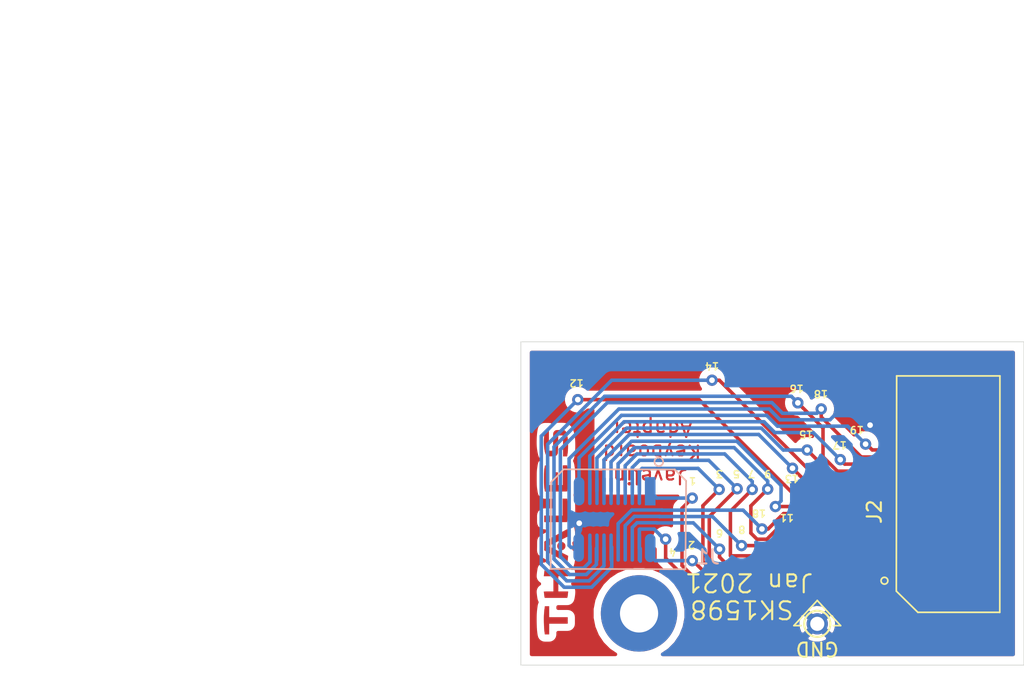
<source format=kicad_pcb>
(kicad_pcb (version 20171130) (host pcbnew "(5.1.9)-1")

  (general
    (thickness 1.6)
    (drawings 352)
    (tracks 247)
    (zones 0)
    (modules 5)
    (nets 25)
  )

  (page A4)
  (layers
    (0 F.Cu signal)
    (31 B.Cu signal)
    (32 B.Adhes user)
    (33 F.Adhes user)
    (34 B.Paste user)
    (35 F.Paste user)
    (36 B.SilkS user)
    (37 F.SilkS user)
    (38 B.Mask user)
    (39 F.Mask user)
    (40 Dwgs.User user)
    (41 Cmts.User user)
    (42 Eco1.User user)
    (43 Eco2.User user)
    (44 Edge.Cuts user)
    (45 Margin user)
    (46 B.CrtYd user)
    (47 F.CrtYd user)
    (48 B.Fab user)
    (49 F.Fab user)
  )

  (setup
    (last_trace_width 0.25)
    (trace_clearance 0.2)
    (zone_clearance 0.508)
    (zone_45_only yes)
    (trace_min 0.2)
    (via_size 0.8)
    (via_drill 0.4)
    (via_min_size 0.4)
    (via_min_drill 0.3)
    (uvia_size 0.3)
    (uvia_drill 0.1)
    (uvias_allowed no)
    (uvia_min_size 0.2)
    (uvia_min_drill 0.1)
    (edge_width 0.05)
    (segment_width 0.2)
    (pcb_text_width 0.3)
    (pcb_text_size 1.5 1.5)
    (mod_edge_width 0.12)
    (mod_text_size 1 1)
    (mod_text_width 0.15)
    (pad_size 1.5 1.5)
    (pad_drill 1)
    (pad_to_mask_clearance 0)
    (aux_axis_origin 0 0)
    (visible_elements 7FFFFFFF)
    (pcbplotparams
      (layerselection 0x010fc_ffffffff)
      (usegerberextensions false)
      (usegerberattributes true)
      (usegerberadvancedattributes true)
      (creategerberjobfile true)
      (excludeedgelayer true)
      (linewidth 0.100000)
      (plotframeref false)
      (viasonmask false)
      (mode 1)
      (useauxorigin false)
      (hpglpennumber 1)
      (hpglpenspeed 20)
      (hpglpendiameter 15.000000)
      (psnegative false)
      (psa4output false)
      (plotreference true)
      (plotvalue true)
      (plotinvisibletext false)
      (padsonsilk false)
      (subtractmaskfromsilk false)
      (outputformat 1)
      (mirror false)
      (drillshape 1)
      (scaleselection 1)
      (outputdirectory ""))
  )

  (net 0 "")
  (net 1 "Net-(J1-Pad20)")
  (net 2 "Net-(J1-Pad19)")
  (net 3 "Net-(J1-Pad18)")
  (net 4 "Net-(J1-Pad17)")
  (net 5 "Net-(J1-Pad16)")
  (net 6 "Net-(J1-Pad15)")
  (net 7 "Net-(J1-Pad14)")
  (net 8 "Net-(J1-Pad13)")
  (net 9 "Net-(J1-Pad12)")
  (net 10 "Net-(J1-Pad11)")
  (net 11 "Net-(J1-Pad10)")
  (net 12 "Net-(J1-Pad9)")
  (net 13 "Net-(J1-Pad8)")
  (net 14 "Net-(J1-Pad7)")
  (net 15 "Net-(J1-Pad6)")
  (net 16 "Net-(J1-Pad5)")
  (net 17 "Net-(J1-Pad4)")
  (net 18 "Net-(J1-Pad3)")
  (net 19 "Net-(J1-Pad2)")
  (net 20 "Net-(J1-Pad1)")
  (net 21 "Net-(J2-Pad24)")
  (net 22 "Net-(J2-Pad23)")
  (net 23 "Net-(J2-Pad22)")
  (net 24 "Net-(J2-Pad21)")

  (net_class Default "This is the default net class."
    (clearance 0.2)
    (trace_width 0.25)
    (via_dia 0.8)
    (via_drill 0.4)
    (uvia_dia 0.3)
    (uvia_drill 0.1)
    (add_net "Net-(J1-Pad1)")
    (add_net "Net-(J1-Pad10)")
    (add_net "Net-(J1-Pad11)")
    (add_net "Net-(J1-Pad12)")
    (add_net "Net-(J1-Pad13)")
    (add_net "Net-(J1-Pad14)")
    (add_net "Net-(J1-Pad15)")
    (add_net "Net-(J1-Pad16)")
    (add_net "Net-(J1-Pad17)")
    (add_net "Net-(J1-Pad18)")
    (add_net "Net-(J1-Pad19)")
    (add_net "Net-(J1-Pad2)")
    (add_net "Net-(J1-Pad20)")
    (add_net "Net-(J1-Pad3)")
    (add_net "Net-(J1-Pad4)")
    (add_net "Net-(J1-Pad5)")
    (add_net "Net-(J1-Pad6)")
    (add_net "Net-(J1-Pad7)")
    (add_net "Net-(J1-Pad8)")
    (add_net "Net-(J1-Pad9)")
    (add_net "Net-(J2-Pad21)")
    (add_net "Net-(J2-Pad22)")
    (add_net "Net-(J2-Pad23)")
    (add_net "Net-(J2-Pad24)")
  )

  (module t_misc:TP60 (layer F.Cu) (tedit 600069B0) (tstamp 60008A84)
    (at 174.625 125.984 90)
    (fp_text reference REF** (at -2.032 0.127 90) (layer F.SilkS) hide
      (effects (font (size 0.635 0.508) (thickness 0.127)))
    )
    (fp_text value TP (at 0.05 -1.375 90) (layer F.SilkS) hide
      (effects (font (size 1 1) (thickness 0.15)))
    )
    (fp_circle (center 0 0) (end -0.025 -0.925) (layer F.SilkS) (width 0.15))
    (pad 1 thru_hole circle (at 0 0 90) (size 1.5 1.5) (drill 1) (layers *.Cu *.Mask)
      (net 1 "Net-(J1-Pad20)"))
  )

  (module t_logos:Thales_15x2_Cu (layer F.Cu) (tedit 0) (tstamp 600088D9)
    (at 156.1465 119.507 90)
    (fp_text reference G*** (at 0 0 90) (layer F.SilkS) hide
      (effects (font (size 1.524 1.524) (thickness 0.3)))
    )
    (fp_text value LOGO (at 0.75 0 90) (layer F.SilkS) hide
      (effects (font (size 1.524 1.524) (thickness 0.3)))
    )
    (fp_poly (pts (xy -0.892441 0.111078) (xy -0.814256 0.146246) (xy -0.753158 0.201682) (xy -0.711759 0.274787)
      (xy -0.692667 0.362961) (xy -0.691676 0.391021) (xy -0.704432 0.477593) (xy -0.739457 0.551577)
      (xy -0.792672 0.610495) (xy -0.859998 0.651872) (xy -0.937355 0.673232) (xy -1.020665 0.672097)
      (xy -1.105848 0.645992) (xy -1.109126 0.644447) (xy -1.179667 0.59748) (xy -1.229035 0.537335)
      (xy -1.258211 0.468322) (xy -1.268172 0.394748) (xy -1.259899 0.320922) (xy -1.234371 0.251154)
      (xy -1.192566 0.189751) (xy -1.135466 0.141024) (xy -1.064048 0.109281) (xy -0.985105 0.098778)
      (xy -0.892441 0.111078)) (layer F.Cu) (width 0.01))
    (fp_poly (pts (xy -6.004263 -0.8438) (xy -5.854561 -0.83998) (xy -5.718427 -0.832834) (xy -5.591016 -0.822129)
      (xy -5.467484 -0.807633) (xy -5.379861 -0.79497) (xy -5.235222 -0.77257) (xy -5.235222 -0.479778)
      (xy -6.011333 -0.479778) (xy -6.011333 0.832556) (xy -6.462888 0.832556) (xy -6.462888 -0.479778)
      (xy -7.224888 -0.479778) (xy -7.224888 -0.77297) (xy -7.174663 -0.782392) (xy -7.079109 -0.798504)
      (xy -6.978247 -0.81166) (xy -6.86784 -0.822176) (xy -6.743651 -0.830364) (xy -6.601442 -0.836539)
      (xy -6.436978 -0.841013) (xy -6.363745 -0.842401) (xy -6.172376 -0.84453) (xy -6.004263 -0.8438)) (layer F.Cu) (width 0.01))
    (fp_poly (pts (xy 6.54541 -0.843056) (xy 6.707517 -0.835716) (xy 6.863703 -0.824264) (xy 7.007405 -0.808941)
      (xy 7.132064 -0.78999) (xy 7.171973 -0.782123) (xy 7.210778 -0.773869) (xy 7.210778 -0.493889)
      (xy 5.757334 -0.493889) (xy 5.757334 -0.199179) (xy 6.374695 -0.194781) (xy 6.524262 -0.193637)
      (xy 6.648309 -0.192447) (xy 6.749535 -0.191091) (xy 6.830644 -0.189446) (xy 6.894335 -0.187391)
      (xy 6.943311 -0.184805) (xy 6.980272 -0.181566) (xy 7.00792 -0.177551) (xy 7.028955 -0.172641)
      (xy 7.04608 -0.166712) (xy 7.051849 -0.164287) (xy 7.119095 -0.122245) (xy 7.173556 -0.063666)
      (xy 7.207885 0.003337) (xy 7.20993 0.010198) (xy 7.215527 0.045253) (xy 7.219772 0.101283)
      (xy 7.222666 0.172354) (xy 7.224207 0.252533) (xy 7.224398 0.335884) (xy 7.223237 0.416475)
      (xy 7.220725 0.488372) (xy 7.216862 0.54564) (xy 7.211648 0.582345) (xy 7.209913 0.58822)
      (xy 7.181453 0.640984) (xy 7.137374 0.686638) (xy 7.075609 0.726034) (xy 6.994089 0.760025)
      (xy 6.890748 0.789459) (xy 6.763517 0.81519) (xy 6.61033 0.838069) (xy 6.59975 0.839436)
      (xy 6.511276 0.847926) (xy 6.401517 0.854032) (xy 6.277306 0.85775) (xy 6.145481 0.859079)
      (xy 6.012876 0.858017) (xy 5.886326 0.854563) (xy 5.772668 0.848715) (xy 5.678736 0.840471)
      (xy 5.671986 0.839672) (xy 5.599528 0.830198) (xy 5.52768 0.819636) (xy 5.467206 0.809616)
      (xy 5.442681 0.804925) (xy 5.362223 0.788221) (xy 5.362223 0.508) (xy 6.843889 0.508)
      (xy 6.843889 0.156586) (xy 6.219473 0.152376) (xy 6.070509 0.151348) (xy 5.947054 0.150357)
      (xy 5.846393 0.149258) (xy 5.765812 0.147906) (xy 5.702598 0.146154) (xy 5.654037 0.143856)
      (xy 5.617415 0.140867) (xy 5.590018 0.13704) (xy 5.569132 0.13223) (xy 5.552045 0.126291)
      (xy 5.536042 0.119077) (xy 5.528127 0.115206) (xy 5.477187 0.085394) (xy 5.437962 0.049811)
      (xy 5.409074 0.004642) (xy 5.389145 -0.053926) (xy 5.376798 -0.12971) (xy 5.370654 -0.226523)
      (xy 5.369278 -0.324555) (xy 5.369558 -0.408946) (xy 5.370857 -0.470742) (xy 5.373859 -0.515571)
      (xy 5.379252 -0.549058) (xy 5.387722 -0.57683) (xy 5.399954 -0.604512) (xy 5.404556 -0.613833)
      (xy 5.444518 -0.674698) (xy 5.495378 -0.715205) (xy 5.496278 -0.715707) (xy 5.555745 -0.741229)
      (xy 5.640179 -0.766355) (xy 5.746327 -0.790322) (xy 5.870935 -0.812367) (xy 5.969 -0.826457)
      (xy 6.089177 -0.837984) (xy 6.229678 -0.844432) (xy 6.383943 -0.846042) (xy 6.54541 -0.843056)) (layer F.Cu) (width 0.01))
    (fp_poly (pts (xy 3.936853 -0.839091) (xy 4.053918 -0.838458) (xy 4.151407 -0.83708) (xy 4.233643 -0.834692)
      (xy 4.30495 -0.83103) (xy 4.369649 -0.825828) (xy 4.432064 -0.818823) (xy 4.496518 -0.80975)
      (xy 4.567333 -0.798344) (xy 4.624917 -0.788498) (xy 4.713112 -0.773214) (xy 4.713112 -0.479778)
      (xy 3.330223 -0.479778) (xy 3.330223 -0.183444) (xy 4.233334 -0.183444) (xy 4.233334 0.141111)
      (xy 3.330223 0.141111) (xy 3.330223 0.493623) (xy 4.720167 0.500945) (xy 4.728173 0.786847)
      (xy 4.639503 0.802886) (xy 4.566475 0.815616) (xy 4.499731 0.825917) (xy 4.434858 0.834082)
      (xy 4.367441 0.840405) (xy 4.293067 0.845182) (xy 4.207322 0.848706) (xy 4.105792 0.851271)
      (xy 3.984062 0.853173) (xy 3.866445 0.85444) (xy 3.696284 0.855445) (xy 3.55211 0.854951)
      (xy 3.431727 0.85291) (xy 3.332938 0.849276) (xy 3.253544 0.844) (xy 3.217334 0.840379)
      (xy 3.142331 0.831198) (xy 3.06807 0.821157) (xy 3.004605 0.811662) (xy 2.971325 0.80597)
      (xy 2.926374 0.797643) (xy 2.89426 0.791936) (xy 2.883131 0.790222) (xy 2.8823 0.776534)
      (xy 2.881519 0.737162) (xy 2.880802 0.674645) (xy 2.880165 0.591519) (xy 2.879622 0.490325)
      (xy 2.879187 0.3736) (xy 2.878875 0.243882) (xy 2.8787 0.10371) (xy 2.878667 0.008504)
      (xy 2.878667 -0.773214) (xy 2.966862 -0.788498) (xy 3.044966 -0.801755) (xy 3.113584 -0.812488)
      (xy 3.177039 -0.820962) (xy 3.239655 -0.82744) (xy 3.305753 -0.832188) (xy 3.379656 -0.835471)
      (xy 3.465688 -0.837552) (xy 3.568172 -0.838697) (xy 3.69143 -0.83917) (xy 3.795889 -0.839243)
      (xy 3.936853 -0.839091)) (layer F.Cu) (width 0.01))
    (fp_poly (pts (xy 1.171223 0.479778) (xy 2.370667 0.479778) (xy 2.370667 0.788221) (xy 2.296584 0.803024)
      (xy 2.226328 0.816519) (xy 2.162314 0.827283) (xy 2.099825 0.835669) (xy 2.034143 0.842026)
      (xy 1.960551 0.846705) (xy 1.874332 0.850056) (xy 1.770768 0.852428) (xy 1.645142 0.854174)
      (xy 1.601612 0.854636) (xy 1.447749 0.855609) (xy 1.319143 0.855096) (xy 1.21286 0.853024)
      (xy 1.12597 0.849315) (xy 1.055541 0.843896) (xy 1.019324 0.839706) (xy 0.948032 0.829602)
      (xy 0.877632 0.818638) (xy 0.818936 0.808538) (xy 0.797074 0.804291) (xy 0.719667 0.788221)
      (xy 0.719667 -0.818444) (xy 1.171223 -0.818444) (xy 1.171223 0.479778)) (layer F.Cu) (width 0.01))
    (fp_poly (pts (xy -0.661447 -0.811389) (xy -0.611914 -0.719666) (xy -0.578326 -0.657698) (xy -0.541679 -0.590433)
      (xy -0.515859 -0.543278) (xy -0.487822 -0.491832) (xy -0.452562 -0.426535) (xy -0.416059 -0.358478)
      (xy -0.401728 -0.331611) (xy -0.365181 -0.263531) (xy -0.326005 -0.191469) (xy -0.290835 -0.127601)
      (xy -0.279949 -0.108098) (xy -0.254474 -0.062176) (xy -0.235436 -0.026836) (xy -0.226174 -0.00831)
      (xy -0.225777 -0.007055) (xy -0.219366 0.006482) (xy -0.202362 0.03833) (xy -0.178108 0.082261)
      (xy -0.171537 0.093987) (xy -0.141064 0.14899) (xy -0.103319 0.21825) (xy -0.064132 0.291031)
      (xy -0.042518 0.331611) (xy -0.011685 0.389397) (xy 0.014857 0.438401) (xy 0.034017 0.472964)
      (xy 0.042242 0.486834) (xy 0.052452 0.504267) (xy 0.072817 0.541224) (xy 0.100364 0.592244)
      (xy 0.131402 0.650515) (xy 0.210578 0.800086) (xy 0.137039 0.816149) (xy 0.080339 0.826583)
      (xy 0.007483 0.837287) (xy -0.071975 0.847135) (xy -0.148482 0.855003) (xy -0.212485 0.859764)
      (xy -0.24092 0.860662) (xy -0.29134 0.860778) (xy -0.628975 0.176727) (xy -0.692884 0.047838)
      (xy -0.753352 -0.072971) (xy -0.809193 -0.183408) (xy -0.85922 -0.281182) (xy -0.902248 -0.364)
      (xy -0.93709 -0.429571) (xy -0.962562 -0.475602) (xy -0.977476 -0.499803) (xy -0.980722 -0.502988)
      (xy -0.989502 -0.489881) (xy -1.009572 -0.453797) (xy -1.03973 -0.397068) (xy -1.078776 -0.322024)
      (xy -1.12551 -0.230996) (xy -1.178732 -0.126317) (xy -1.237241 -0.010317) (xy -1.299837 0.114673)
      (xy -1.332916 0.181063) (xy -1.671 0.860778) (xy -1.735083 0.858923) (xy -1.784586 0.856179)
      (xy -1.846528 0.850993) (xy -1.893204 0.846096) (xy -1.945459 0.838937) (xy -2.002586 0.829461)
      (xy -2.057822 0.819016) (xy -2.104404 0.808951) (xy -2.13557 0.800614) (xy -2.144888 0.795906)
      (xy -2.138575 0.78275) (xy -2.121277 0.749457) (xy -2.095457 0.700701) (xy -2.063577 0.641158)
      (xy -2.055032 0.625291) (xy -2.027983 0.575018) (xy -1.989706 0.503736) (xy -1.942281 0.415325)
      (xy -1.887788 0.313665) (xy -1.828305 0.202635) (xy -1.765913 0.086115) (xy -1.702691 -0.032016)
      (xy -1.693396 -0.049389) (xy -1.631253 -0.165536) (xy -1.57052 -0.279033) (xy -1.513114 -0.386297)
      (xy -1.460951 -0.483747) (xy -1.41595 -0.567803) (xy -1.380027 -0.634882) (xy -1.355099 -0.681404)
      (xy -1.351464 -0.688183) (xy -1.281311 -0.818977) (xy -0.661447 -0.811389)) (layer F.Cu) (width 0.01))
    (fp_poly (pts (xy -4.198634 -0.832939) (xy -4.196001 -0.795205) (xy -4.193804 -0.73695) (xy -4.192166 -0.662026)
      (xy -4.191205 -0.574283) (xy -4.191 -0.508) (xy -4.191 -0.169333) (xy -3.104444 -0.169333)
      (xy -3.104444 -0.845605) (xy -3.009194 -0.838391) (xy -2.949411 -0.832474) (xy -2.875537 -0.82319)
      (xy -2.801235 -0.812295) (xy -2.783416 -0.809395) (xy -2.652888 -0.787613) (xy -2.652888 0.801519)
      (xy -2.719916 0.816862) (xy -2.772069 0.826913) (xy -2.839923 0.837428) (xy -2.914046 0.847222)
      (xy -2.98501 0.855107) (xy -3.043385 0.859896) (xy -3.068796 0.860789) (xy -3.1115 0.8608)
      (xy -3.107491 0.515067) (xy -3.103483 0.169334) (xy -4.191 0.169334) (xy -4.191 0.860778)
      (xy -4.250972 0.858923) (xy -4.297411 0.856232) (xy -4.357453 0.851112) (xy -4.407881 0.845815)
      (xy -4.470496 0.837214) (xy -4.533552 0.826442) (xy -4.573687 0.81804) (xy -4.642555 0.801519)
      (xy -4.642555 -0.785731) (xy -4.568472 -0.802212) (xy -4.528446 -0.809379) (xy -4.46901 -0.817984)
      (xy -4.398867 -0.82698) (xy -4.32672 -0.835322) (xy -4.261273 -0.841964) (xy -4.211227 -0.84586)
      (xy -4.201583 -0.846302) (xy -4.198634 -0.832939)) (layer F.Cu) (width 0.01))
  )

  (module "t_connectors:FH12A-24S-0.5SH(55)_flex_connector" (layer F.Cu) (tedit 6000664B) (tstamp 5FECAEC2)
    (at 180.5178 122.428 270)
    (path /5FEC4C3F)
    (attr smd)
    (fp_text reference J2 (at -4.3688 1.8542 90) (layer F.SilkS)
      (effects (font (size 1 1) (thickness 0.15)))
    )
    (fp_text value "Conn_FH12A-24S-0.5SH(55)" (at -4.6482 3.3782 90) (layer F.Fab)
      (effects (font (size 1 1) (thickness 0.15)))
    )
    (fp_line (start 2.4924 -0.3048) (end 2.4638 -6.7564) (layer F.CrtYd) (width 0.05))
    (fp_line (start -13.7192 -0.3048) (end 2.4924 -0.3048) (layer F.CrtYd) (width 0.05))
    (fp_line (start -13.716 -6.7056) (end -13.7192 -0.3048) (layer F.CrtYd) (width 0.05))
    (fp_line (start 2.4638 -6.7564) (end -13.716 -6.7056) (layer F.CrtYd) (width 0.05))
    (fp_line (start -13.97 0.2794) (end 1.2446 0.3048) (layer F.SilkS) (width 0.12))
    (fp_line (start -13.97 -7.019) (end -13.97 0.2794) (layer F.SilkS) (width 0.12))
    (fp_line (start 2.7432 -7.0104) (end -13.97 -7.019) (layer F.SilkS) (width 0.12))
    (fp_line (start 2.7432 -1.2192) (end 2.7432 -7.0104) (layer F.SilkS) (width 0.12))
    (fp_line (start 1.2446 0.3048) (end 2.7432 -1.2192) (layer F.SilkS) (width 0.12))
    (fp_circle (center 0.508 1.143) (end 0.2794 1.0668) (layer F.SilkS) (width 0.12))
    (pad 25 smd rect (at 2.4384 -3.3528 270) (size 2 2.4) (layers F.Cu F.Paste F.Mask)
      (net 1 "Net-(J1-Pad20)"))
    (pad 26 smd rect (at -13.4112 -3.302 270) (size 2 2.4) (layers F.Cu F.Paste F.Mask)
      (net 1 "Net-(J1-Pad20)"))
    (pad 24 smd oval (at -11.2364 0 270) (size 0.3 1.32) (layers F.Cu F.Paste F.Mask)
      (net 21 "Net-(J2-Pad24)"))
    (pad 23 smd oval (at -10.7364 0 270) (size 0.3 1.32) (layers F.Cu F.Paste F.Mask)
      (net 22 "Net-(J2-Pad23)"))
    (pad 22 smd oval (at -10.2364 0 270) (size 0.3 1.32) (layers F.Cu F.Paste F.Mask)
      (net 23 "Net-(J2-Pad22)"))
    (pad 21 smd oval (at -9.7364 0 270) (size 0.3 1.32) (layers F.Cu F.Paste F.Mask)
      (net 24 "Net-(J2-Pad21)"))
    (pad 20 smd oval (at -9.2364 0 270) (size 0.3 1.32) (layers F.Cu F.Paste F.Mask)
      (net 1 "Net-(J1-Pad20)"))
    (pad 19 smd oval (at -8.7364 0 270) (size 0.3 1.32) (layers F.Cu F.Paste F.Mask)
      (net 2 "Net-(J1-Pad19)"))
    (pad 18 smd oval (at -8.2364 0 270) (size 0.3 1.32) (layers F.Cu F.Paste F.Mask)
      (net 3 "Net-(J1-Pad18)"))
    (pad 17 smd oval (at -7.7364 0 270) (size 0.3 1.32) (layers F.Cu F.Paste F.Mask)
      (net 4 "Net-(J1-Pad17)"))
    (pad 16 smd oval (at -7.2364 0 270) (size 0.3 1.32) (layers F.Cu F.Paste F.Mask)
      (net 5 "Net-(J1-Pad16)"))
    (pad 15 smd oval (at -6.7364 0 270) (size 0.3 1.32) (layers F.Cu F.Paste F.Mask)
      (net 6 "Net-(J1-Pad15)"))
    (pad 14 smd oval (at -6.2364 0 270) (size 0.3 1.32) (layers F.Cu F.Paste F.Mask)
      (net 7 "Net-(J1-Pad14)"))
    (pad 13 smd oval (at -5.7364 0 270) (size 0.3 1.32) (layers F.Cu F.Paste F.Mask)
      (net 8 "Net-(J1-Pad13)"))
    (pad 12 smd oval (at -5.2364 0 270) (size 0.3 1.32) (layers F.Cu F.Paste F.Mask)
      (net 9 "Net-(J1-Pad12)"))
    (pad 11 smd oval (at -4.7364 0 270) (size 0.3 1.32) (layers F.Cu F.Paste F.Mask)
      (net 10 "Net-(J1-Pad11)"))
    (pad 10 smd oval (at -4.2364 0 270) (size 0.3 1.32) (layers F.Cu F.Paste F.Mask)
      (net 11 "Net-(J1-Pad10)"))
    (pad 9 smd oval (at -3.7364 0 270) (size 0.3 1.32) (layers F.Cu F.Paste F.Mask)
      (net 12 "Net-(J1-Pad9)"))
    (pad 8 smd oval (at -3.2364 0 270) (size 0.3 1.32) (layers F.Cu F.Paste F.Mask)
      (net 13 "Net-(J1-Pad8)"))
    (pad 7 smd oval (at -2.7364 0 270) (size 0.3 1.32) (layers F.Cu F.Paste F.Mask)
      (net 14 "Net-(J1-Pad7)"))
    (pad 6 smd oval (at -2.2364 0 270) (size 0.3 1.32) (layers F.Cu F.Paste F.Mask)
      (net 15 "Net-(J1-Pad6)"))
    (pad 5 smd oval (at -1.7364 0 270) (size 0.3 1.32) (layers F.Cu F.Paste F.Mask)
      (net 16 "Net-(J1-Pad5)"))
    (pad 4 smd oval (at -1.2364 0 270) (size 0.3 1.32) (layers F.Cu F.Paste F.Mask)
      (net 17 "Net-(J1-Pad4)"))
    (pad 3 smd oval (at -0.7364 0 270) (size 0.3 1.32) (layers F.Cu F.Paste F.Mask)
      (net 18 "Net-(J1-Pad3)"))
    (pad 2 smd oval (at -0.2364 0 270) (size 0.3 1.32) (layers F.Cu F.Paste F.Mask)
      (net 19 "Net-(J1-Pad2)"))
    (pad 1 smd rect (at 0.2636 0 270) (size 0.3 1.32) (layers F.Cu F.Paste F.Mask)
      (net 20 "Net-(J1-Pad1)"))
    (model ${T_LIBS}/3d/t_connectors/FH12A-24S-0.5SH.stp
      (offset (xyz -26 22 0))
      (scale (xyz 1 1 1))
      (rotate (xyz 0 90 0))
    )
  )

  (module t_connectors:AXK5S20047Y_socket (layer B.Cu) (tedit 600026D4) (tstamp 5FF5087C)
    (at 160.2994 118.5926 180)
    (path /5FE40396)
    (attr smd)
    (fp_text reference J1 (at -6.5786 -2.667) (layer B.SilkS)
      (effects (font (size 1 1) (thickness 0.15)) (justify mirror))
    )
    (fp_text value AXK520147YG_socket (at 0 0) (layer B.Fab)
      (effects (font (size 1 1) (thickness 0.15)) (justify mirror))
    )
    (fp_circle (center -3.1242 4.064) (end -2.8448 4.191) (layer B.SilkS) (width 0.12))
    (fp_line (start -5.0546 2.7178) (end -4.2546 3.5178) (layer B.SilkS) (width 0.12))
    (fp_line (start -3.1242 -3.2512) (end -3.1242 3.2234) (layer B.CrtYd) (width 0.05))
    (fp_line (start 3.175 -3.25) (end -3.1242 -3.2512) (layer B.CrtYd) (width 0.05))
    (fp_line (start 3.175 3.25) (end 3.175 -3.25) (layer B.CrtYd) (width 0.05))
    (fp_line (start -3.1242 3.2234) (end 3.175 3.25) (layer B.CrtYd) (width 0.05))
    (fp_line (start 4.5212 -3.5052) (end -5.0038 -3.5306) (layer B.SilkS) (width 0.12))
    (fp_line (start 4.4958 2.6162) (end 4.5212 -3.5052) (layer B.SilkS) (width 0.12))
    (fp_line (start -4.2546 3.5178) (end 3.6068 3.5306) (layer B.SilkS) (width 0.12))
    (fp_line (start -5.0038 -3.5306) (end -5.0546 2.7178) (layer B.SilkS) (width 0.12))
    (fp_line (start 4.4958 2.6162) (end 3.6068 3.5306) (layer B.SilkS) (width 0.12))
    (pad 20 smd oval (at 2.54 -2 180) (size 0.75 2) (layers B.Cu B.Paste B.Mask)
      (net 1 "Net-(J1-Pad20)"))
    (pad 19 smd oval (at 2.5146 1.9812 180) (size 0.75 2) (layers B.Cu B.Paste B.Mask)
      (net 2 "Net-(J1-Pad19)"))
    (pad 18 smd oval (at 1.75 -2 180) (size 0.25 2) (layers B.Cu B.Paste B.Mask)
      (net 3 "Net-(J1-Pad18)"))
    (pad 17 smd oval (at 1.75 2 180) (size 0.25 2) (layers B.Cu B.Paste B.Mask)
      (net 4 "Net-(J1-Pad17)"))
    (pad 16 smd oval (at 1.25 -2 180) (size 0.25 2) (layers B.Cu B.Paste B.Mask)
      (net 5 "Net-(J1-Pad16)"))
    (pad 15 smd oval (at 1.25 2 180) (size 0.25 2) (layers B.Cu B.Paste B.Mask)
      (net 6 "Net-(J1-Pad15)"))
    (pad 14 smd oval (at 0.75 -2 180) (size 0.25 2) (layers B.Cu B.Paste B.Mask)
      (net 7 "Net-(J1-Pad14)"))
    (pad 13 smd oval (at 0.75 2 180) (size 0.25 2) (layers B.Cu B.Paste B.Mask)
      (net 8 "Net-(J1-Pad13)"))
    (pad 12 smd oval (at 0.25 -2 180) (size 0.25 2) (layers B.Cu B.Paste B.Mask)
      (net 9 "Net-(J1-Pad12)"))
    (pad 11 smd oval (at 0.25 2 180) (size 0.25 2) (layers B.Cu B.Paste B.Mask)
      (net 10 "Net-(J1-Pad11)"))
    (pad 10 smd oval (at -0.25 -2 180) (size 0.25 2) (layers B.Cu B.Paste B.Mask)
      (net 11 "Net-(J1-Pad10)"))
    (pad 9 smd oval (at -0.25 2 180) (size 0.25 2) (layers B.Cu B.Paste B.Mask)
      (net 12 "Net-(J1-Pad9)"))
    (pad 8 smd oval (at -0.75 -2 180) (size 0.25 2) (layers B.Cu B.Paste B.Mask)
      (net 13 "Net-(J1-Pad8)"))
    (pad 7 smd oval (at -0.75 2 180) (size 0.25 2) (layers B.Cu B.Paste B.Mask)
      (net 14 "Net-(J1-Pad7)"))
    (pad 6 smd oval (at -1.25 -2 180) (size 0.25 2) (layers B.Cu B.Paste B.Mask)
      (net 15 "Net-(J1-Pad6)"))
    (pad 5 smd oval (at -1.25 2 180) (size 0.25 2) (layers B.Cu B.Paste B.Mask)
      (net 16 "Net-(J1-Pad5)"))
    (pad 4 smd oval (at -1.75 -2 180) (size 0.25 2) (layers B.Cu B.Paste B.Mask)
      (net 17 "Net-(J1-Pad4)"))
    (pad 3 smd oval (at -1.75 2 180) (size 0.25 2) (layers B.Cu B.Paste B.Mask)
      (net 18 "Net-(J1-Pad3)"))
    (pad 2 smd oval (at -2.5146 -2.032 180) (size 0.75 2) (layers B.Cu B.Paste B.Mask)
      (net 19 "Net-(J1-Pad2)"))
    (pad 1 smd rect (at -2.5146 1.9812 180) (size 0.75 2) (layers B.Cu B.Paste B.Mask)
      (net 20 "Net-(J1-Pad1)"))
  )

  (module MountingHole:MountingHole_2.7mm_M2.5_Pad_TopBottom (layer F.Cu) (tedit 56D1B4CB) (tstamp 5FF4C02D)
    (at 162.0266 125.2474)
    (descr "Mounting Hole 2.7mm, M2.5")
    (tags "mounting hole 2.7mm m2.5")
    (attr virtual)
    (fp_text reference REF** (at 0 -3.7) (layer F.SilkS) hide
      (effects (font (size 1 1) (thickness 0.15)))
    )
    (fp_text value MountingHole_2.7mm_M2.5_Pad_TopBottom (at 1.1684 4.9276) (layer F.Fab)
      (effects (font (size 1 1) (thickness 0.15)))
    )
    (fp_circle (center 0 0) (end 2.7 0) (layer Cmts.User) (width 0.15))
    (fp_circle (center 0 0) (end 2.95 0) (layer F.CrtYd) (width 0.05))
    (fp_text user %R (at 0.3 0) (layer F.Fab)
      (effects (font (size 1 1) (thickness 0.15)))
    )
    (pad 1 connect circle (at 0 0) (size 5.4 5.4) (layers B.Cu B.Mask))
    (pad 1 connect circle (at 0 0) (size 5.4 5.4) (layers F.Cu F.Mask))
    (pad 1 thru_hole circle (at 0 0) (size 3.1 3.1) (drill 2.7) (layers *.Cu *.Mask))
  )

  (gr_text "Jan 2021" (at 169.799 123.063 180) (layer F.SilkS) (tstamp 60008A5A)
    (effects (font (size 1.27 1.27) (thickness 0.15)))
  )
  (gr_text SK1598 (at 169.291 124.968 180) (layer F.SilkS)
    (effects (font (size 1.27 1.27) (thickness 0.15)))
  )
  (gr_text GND (at 174.625 127.762 180) (layer F.SilkS)
    (effects (font (size 1 1) (thickness 0.15)))
  )
  (gr_line (start 172.974 126.111) (end 173.482 126.111) (layer F.SilkS) (width 0.12))
  (gr_line (start 174.625 124.333) (end 172.974 126.111) (layer F.SilkS) (width 0.12))
  (gr_line (start 176.276 126.111) (end 174.625 124.333) (layer F.SilkS) (width 0.12))
  (gr_line (start 175.768 126.111) (end 176.276 126.111) (layer F.SilkS) (width 0.12))
  (gr_text "Keyboard\nAdapter" (at 162.941 113.03 180) (layer F.Cu) (tstamp 600088E4)
    (effects (font (size 1.016 1.016) (thickness 0.1524)))
  )
  (gr_text Javelin (at 162.814 115.57 180) (layer F.Cu)
    (effects (font (size 1.016 1.016) (thickness 0.1524)))
  )
  (gr_line (start 158.1438 119.6166) (end 158.1438 119.6766) (layer Dwgs.User) (width 0.02))
  (gr_line (start 157.9438 119.6766) (end 157.9438 119.6166) (layer Dwgs.User) (width 0.02))
  (gr_line (start 157.9238 119.6166) (end 157.9238 119.4566) (layer Dwgs.User) (width 0.02))
  (gr_line (start 158.1638 119.6166) (end 158.1638 119.4566) (layer Dwgs.User) (width 0.02))
  (gr_line (start 158.1438 117.5166) (end 158.1438 117.5766) (layer Dwgs.User) (width 0.02))
  (gr_line (start 158.1438 116.0966) (end 158.1438 116.4966) (layer Dwgs.User) (width 0.02))
  (gr_line (start 157.9438 117.5766) (end 157.9438 117.5166) (layer Dwgs.User) (width 0.02))
  (gr_line (start 158.1638 117.7366) (end 158.1638 117.5766) (layer Dwgs.User) (width 0.02))
  (gr_line (start 157.9438 121.0966) (end 157.9438 120.6966) (layer Dwgs.User) (width 0.02))
  (gr_line (start 157.9238 117.5766) (end 157.9238 117.7366) (layer Dwgs.User) (width 0.02))
  (gr_line (start 158.1438 121.0966) (end 158.1438 120.6966) (layer Dwgs.User) (width 0.02))
  (gr_line (start 117.8758 91.0376) (end 118.3838 91.0376) (layer Dwgs.User) (width 0.02))
  (gr_line (start 157.7938 117.6766) (end 157.7938 117.3166) (layer Dwgs.User) (width 0.02))
  (gr_line (start 158.6438 117.5166) (end 158.6438 117.5766) (layer Dwgs.User) (width 0.02))
  (gr_line (start 158.4438 119.6766) (end 158.4438 119.6166) (layer Dwgs.User) (width 0.02))
  (gr_line (start 157.7938 119.6166) (end 157.7938 119.5166) (layer Dwgs.User) (width 0.02))
  (gr_line (start 158.6438 116.0966) (end 158.6438 116.4966) (layer Dwgs.User) (width 0.02))
  (gr_line (start 158.4438 117.5766) (end 158.4438 117.5166) (layer Dwgs.User) (width 0.02))
  (gr_line (start 158.4438 121.0966) (end 158.4438 120.6966) (layer Dwgs.User) (width 0.02))
  (gr_line (start 157.9438 116.0966) (end 157.9438 116.4966) (layer Dwgs.User) (width 0.02))
  (gr_line (start 158.4438 116.0966) (end 158.4438 116.4966) (layer Dwgs.User) (width 0.02))
  (gr_line (start 158.4238 119.6166) (end 158.4238 119.4566) (layer Dwgs.User) (width 0.02))
  (gr_line (start 158.4238 117.5766) (end 158.4238 117.7366) (layer Dwgs.User) (width 0.02))
  (gr_line (start 159.4438 117.5766) (end 159.4438 117.5166) (layer Dwgs.User) (width 0.02))
  (gr_line (start 159.4238 119.6166) (end 159.4238 119.4566) (layer Dwgs.User) (width 0.02))
  (gr_line (start 159.4438 119.6766) (end 159.4438 119.6166) (layer Dwgs.User) (width 0.02))
  (gr_line (start 159.4438 121.0966) (end 159.4438 120.6966) (layer Dwgs.User) (width 0.02))
  (gr_line (start 158.9238 117.5766) (end 158.9238 117.7366) (layer Dwgs.User) (width 0.02))
  (gr_line (start 158.6638 117.7366) (end 158.6638 117.5766) (layer Dwgs.User) (width 0.02))
  (gr_line (start 159.1638 117.7366) (end 159.1638 117.5766) (layer Dwgs.User) (width 0.02))
  (gr_line (start 158.9438 117.5766) (end 158.9438 117.5166) (layer Dwgs.User) (width 0.02))
  (gr_line (start 158.6438 119.6166) (end 158.6438 119.6766) (layer Dwgs.User) (width 0.02))
  (gr_line (start 159.4238 117.5766) (end 159.4238 117.7366) (layer Dwgs.User) (width 0.02))
  (gr_line (start 159.1438 117.5166) (end 159.1438 117.5766) (layer Dwgs.User) (width 0.02))
  (gr_line (start 159.1438 116.0966) (end 159.1438 116.4966) (layer Dwgs.User) (width 0.02))
  (gr_line (start 158.9238 119.6166) (end 158.9238 119.4566) (layer Dwgs.User) (width 0.02))
  (gr_line (start 158.9438 119.6766) (end 158.9438 119.6166) (layer Dwgs.User) (width 0.02))
  (gr_line (start 158.9438 121.0966) (end 158.9438 120.6966) (layer Dwgs.User) (width 0.02))
  (gr_line (start 158.6438 121.0966) (end 158.6438 120.6966) (layer Dwgs.User) (width 0.02))
  (gr_line (start 158.6638 119.6166) (end 158.6638 119.4566) (layer Dwgs.User) (width 0.02))
  (gr_line (start 159.6438 116.0966) (end 159.6438 116.4966) (layer Dwgs.User) (width 0.02))
  (gr_line (start 158.9438 116.0966) (end 158.9438 116.4966) (layer Dwgs.User) (width 0.02))
  (gr_line (start 159.1638 119.6166) (end 159.1638 119.4566) (layer Dwgs.User) (width 0.02))
  (gr_line (start 159.4438 116.0966) (end 159.4438 116.4966) (layer Dwgs.User) (width 0.02))
  (gr_line (start 159.1438 121.0966) (end 159.1438 120.6966) (layer Dwgs.User) (width 0.02))
  (gr_line (start 159.1438 119.6166) (end 159.1438 119.6766) (layer Dwgs.User) (width 0.02))
  (gr_line (start 160.1638 117.7366) (end 159.9238 117.7366) (layer Dwgs.User) (width 0.02))
  (gr_line (start 161.1638 119.4566) (end 160.9238 119.4566) (layer Dwgs.User) (width 0.02))
  (gr_line (start 162.1638 117.7366) (end 161.9238 117.7366) (layer Dwgs.User) (width 0.02))
  (gr_line (start 158.1638 119.4566) (end 157.9238 119.4566) (layer Dwgs.User) (width 0.02))
  (gr_line (start 162.6638 119.4566) (end 162.4238 119.4566) (layer Dwgs.User) (width 0.02))
  (gr_line (start 161.1638 117.7366) (end 160.9238 117.7366) (layer Dwgs.User) (width 0.02))
  (gr_line (start 156.1938 119.1966) (end 156.2938 119.1966) (layer Dwgs.User) (width 0.02))
  (gr_line (start 164.3938 117.9966) (end 164.2938 117.9966) (layer Dwgs.User) (width 0.02))
  (gr_line (start 158.6638 119.4566) (end 158.4238 119.4566) (layer Dwgs.User) (width 0.02))
  (gr_line (start 160.1638 119.4566) (end 159.9238 119.4566) (layer Dwgs.User) (width 0.02))
  (gr_line (start 163.052379 117.6766) (end 162.7938 117.6766) (layer Dwgs.User) (width 0.02))
  (gr_line (start 159.1638 119.4566) (end 158.9238 119.4566) (layer Dwgs.User) (width 0.02))
  (gr_line (start 158.6638 117.7366) (end 158.4238 117.7366) (layer Dwgs.User) (width 0.02))
  (gr_line (start 162.6638 117.7366) (end 162.4238 117.7366) (layer Dwgs.User) (width 0.02))
  (gr_line (start 162.4238 117.6066) (end 162.1638 117.6066) (layer Dwgs.User) (width 0.02))
  (gr_line (start 162.7938 117.6066) (end 162.6638 117.6066) (layer Dwgs.User) (width 0.02))
  (gr_line (start 158.1638 117.7366) (end 157.9238 117.7366) (layer Dwgs.User) (width 0.02))
  (gr_line (start 160.6638 117.7366) (end 160.4238 117.7366) (layer Dwgs.User) (width 0.02))
  (gr_line (start 159.6638 119.4566) (end 159.4238 119.4566) (layer Dwgs.User) (width 0.02))
  (gr_line (start 156.1938 117.9966) (end 156.2938 117.9966) (layer Dwgs.User) (width 0.02))
  (gr_line (start 157.535221 117.6766) (end 157.7938 117.6766) (layer Dwgs.User) (width 0.02))
  (gr_line (start 159.1638 117.7366) (end 158.9238 117.7366) (layer Dwgs.User) (width 0.02))
  (gr_line (start 160.6638 119.4566) (end 160.4238 119.4566) (layer Dwgs.User) (width 0.02))
  (gr_line (start 159.6638 117.7366) (end 159.4238 117.7366) (layer Dwgs.User) (width 0.02))
  (gr_line (start 164.3938 119.1966) (end 164.2938 119.1966) (layer Dwgs.User) (width 0.02))
  (gr_line (start 161.6638 119.4566) (end 161.4238 119.4566) (layer Dwgs.User) (width 0.02))
  (gr_line (start 161.6638 117.7366) (end 161.4238 117.7366) (layer Dwgs.User) (width 0.02))
  (gr_line (start 162.1638 119.4566) (end 161.9238 119.4566) (layer Dwgs.User) (width 0.02))
  (gr_line (start 126.3848 83.1636) (end 127.6548 81.8936) (layer Dwgs.User) (width 0.02))
  (gr_line (start 162.4238 119.5866) (end 162.1638 119.5866) (layer Dwgs.User) (width 0.02))
  (gr_line (start 159.9438 119.6566) (end 160.1438 119.6566) (layer Dwgs.User) (width 0.02))
  (gr_line (start 158.1438 121.0966) (end 157.9438 121.0966) (layer Dwgs.User) (width 0.02))
  (gr_line (start 158.9438 119.6566) (end 159.1438 119.6566) (layer Dwgs.User) (width 0.02))
  (gr_line (start 159.1438 119.6766) (end 158.9438 119.6766) (layer Dwgs.User) (width 0.02))
  (gr_line (start 162.1438 119.6766) (end 161.9438 119.6766) (layer Dwgs.User) (width 0.02))
  (gr_line (start 160.6438 121.0966) (end 160.4438 121.0966) (layer Dwgs.User) (width 0.02))
  (gr_line (start 119.3998 88.7516) (end 119.3998 90.0216) (layer Dwgs.User) (width 0.02))
  (gr_line (start 156.8938 119.8766) (end 163.6938 119.8766) (layer Dwgs.User) (width 0.02))
  (gr_line (start 162.7938 119.5166) (end 163.5938 119.5166) (layer Dwgs.User) (width 0.02))
  (gr_line (start 159.4238 119.5866) (end 159.1638 119.5866) (layer Dwgs.User) (width 0.02))
  (gr_line (start 157.7938 119.5166) (end 156.9938 119.5166) (layer Dwgs.User) (width 0.02))
  (gr_line (start 157.9238 119.5866) (end 157.7938 119.5866) (layer Dwgs.User) (width 0.02))
  (gr_line (start 158.4238 119.5866) (end 158.1638 119.5866) (layer Dwgs.User) (width 0.02))
  (gr_line (start 160.6438 119.6766) (end 160.4438 119.6766) (layer Dwgs.User) (width 0.02))
  (gr_line (start 158.9238 119.5866) (end 158.6638 119.5866) (layer Dwgs.User) (width 0.02))
  (gr_line (start 160.4238 119.5866) (end 160.1638 119.5866) (layer Dwgs.User) (width 0.02))
  (gr_line (start 159.9238 119.5866) (end 159.6638 119.5866) (layer Dwgs.User) (width 0.02))
  (gr_line (start 158.1438 119.6766) (end 157.9438 119.6766) (layer Dwgs.User) (width 0.02))
  (gr_line (start 160.9438 119.6566) (end 161.1438 119.6566) (layer Dwgs.User) (width 0.02))
  (gr_line (start 159.6438 119.6766) (end 159.4438 119.6766) (layer Dwgs.User) (width 0.02))
  (gr_line (start 161.6438 121.0966) (end 161.4438 121.0966) (layer Dwgs.User) (width 0.02))
  (gr_line (start 123.3368 85.3226) (end 123.3368 82.9096) (layer Dwgs.User) (width 0.02))
  (gr_line (start 116.8598 99.082078) (end 116.8598 92.0536) (layer Dwgs.User) (width 0.02))
  (gr_line (start 159.6438 121.0966) (end 159.4438 121.0966) (layer Dwgs.User) (width 0.02))
  (gr_line (start 158.6438 121.0966) (end 158.4438 121.0966) (layer Dwgs.User) (width 0.02))
  (gr_line (start 161.9438 119.6566) (end 162.1438 119.6566) (layer Dwgs.User) (width 0.02))
  (gr_line (start 162.7938 119.5866) (end 162.6638 119.5866) (layer Dwgs.User) (width 0.02))
  (gr_line (start 119.3998 88.7516) (end 119.3998 89.1326) (layer Dwgs.User) (width 0.02))
  (gr_line (start 123.3368 85.3226) (end 123.3368 82.9096) (layer Dwgs.User) (width 0.02))
  (gr_line (start 158.6438 119.6766) (end 158.4438 119.6766) (layer Dwgs.User) (width 0.02))
  (gr_line (start 162.4438 119.6566) (end 162.6438 119.6566) (layer Dwgs.User) (width 0.02))
  (gr_line (start 161.1438 119.6766) (end 160.9438 119.6766) (layer Dwgs.User) (width 0.02))
  (gr_line (start 124.873299 89.1326) (end 126.3848 87.621099) (layer Dwgs.User) (width 0.02))
  (gr_line (start 158.4438 119.6566) (end 158.6438 119.6566) (layer Dwgs.User) (width 0.02))
  (gr_line (start 160.1438 119.6766) (end 159.9438 119.6766) (layer Dwgs.User) (width 0.02))
  (gr_line (start 161.6438 119.6766) (end 161.4438 119.6766) (layer Dwgs.User) (width 0.02))
  (gr_line (start 162.8338 128.8836) (end 123.2098 128.8836) (layer Dwgs.User) (width 0.02))
  (gr_line (start 160.9238 119.5866) (end 160.6638 119.5866) (layer Dwgs.User) (width 0.02))
  (gr_line (start 161.4238 119.5866) (end 161.1638 119.5866) (layer Dwgs.User) (width 0.02))
  (gr_line (start 161.9238 119.5866) (end 161.6638 119.5866) (layer Dwgs.User) (width 0.02))
  (gr_line (start 116.8598 122.5336) (end 116.8598 105.345123) (layer Dwgs.User) (width 0.02))
  (gr_line (start 160.4438 119.6566) (end 160.6438 119.6566) (layer Dwgs.User) (width 0.02))
  (gr_line (start 162.6438 119.6766) (end 162.4438 119.6766) (layer Dwgs.User) (width 0.02))
  (gr_line (start 159.1438 121.0966) (end 158.9438 121.0966) (layer Dwgs.User) (width 0.02))
  (gr_line (start 161.1438 121.0966) (end 160.9438 121.0966) (layer Dwgs.User) (width 0.02))
  (gr_line (start 161.4438 119.6566) (end 161.6438 119.6566) (layer Dwgs.User) (width 0.02))
  (gr_line (start 159.4438 119.6566) (end 159.6438 119.6566) (layer Dwgs.User) (width 0.02))
  (gr_line (start 157.9438 119.6566) (end 158.1438 119.6566) (layer Dwgs.User) (width 0.02))
  (gr_line (start 164.3938 120.6966) (end 156.1938 120.6966) (layer Dwgs.User) (width 0.02))
  (gr_line (start 162.1438 121.0966) (end 161.9438 121.0966) (layer Dwgs.User) (width 0.02))
  (gr_line (start 126.3848 83.1636) (end 126.3848 89.1326) (layer Dwgs.User) (width 0.02))
  (gr_line (start 160.1438 121.0966) (end 159.9438 121.0966) (layer Dwgs.User) (width 0.02))
  (gr_line (start 162.6438 121.0966) (end 162.4438 121.0966) (layer Dwgs.User) (width 0.02))
  (gr_line (start 158.9438 117.5366) (end 159.1438 117.5366) (layer Dwgs.User) (width 0.02))
  (gr_line (start 159.1438 117.5166) (end 158.9438 117.5166) (layer Dwgs.User) (width 0.02))
  (gr_line (start 162.1438 117.5166) (end 161.9438 117.5166) (layer Dwgs.User) (width 0.02))
  (gr_line (start 159.6438 116.0966) (end 159.4438 116.0966) (layer Dwgs.User) (width 0.02))
  (gr_line (start 162.6438 116.0966) (end 162.4438 116.0966) (layer Dwgs.User) (width 0.02))
  (gr_line (start 161.9438 117.5366) (end 162.1438 117.5366) (layer Dwgs.User) (width 0.02))
  (gr_line (start 157.4938 117.5766) (end 163.0938 117.5766) (layer Dwgs.User) (width 0.02))
  (gr_line (start 162.1438 116.0966) (end 161.9438 116.0966) (layer Dwgs.User) (width 0.02))
  (gr_line (start 162.7938 117.3166) (end 157.7938 117.3166) (layer Dwgs.User) (width 0.02))
  (gr_line (start 162.6438 117.5166) (end 162.4438 117.5166) (layer Dwgs.User) (width 0.02))
  (gr_line (start 160.4238 117.6066) (end 160.1638 117.6066) (layer Dwgs.User) (width 0.02))
  (gr_line (start 161.1438 116.0966) (end 160.9438 116.0966) (layer Dwgs.User) (width 0.02))
  (gr_line (start 160.1438 117.5166) (end 159.9438 117.5166) (layer Dwgs.User) (width 0.02))
  (gr_line (start 159.9438 117.5366) (end 160.1438 117.5366) (layer Dwgs.User) (width 0.02))
  (gr_line (start 161.4438 117.5366) (end 161.6438 117.5366) (layer Dwgs.User) (width 0.02))
  (gr_line (start 158.1438 116.0966) (end 157.9438 116.0966) (layer Dwgs.User) (width 0.02))
  (gr_line (start 158.6438 116.0966) (end 158.4438 116.0966) (layer Dwgs.User) (width 0.02))
  (gr_line (start 161.6438 117.5166) (end 161.4438 117.5166) (layer Dwgs.User) (width 0.02))
  (gr_line (start 160.9438 117.5366) (end 161.1438 117.5366) (layer Dwgs.User) (width 0.02))
  (gr_line (start 159.1438 116.0966) (end 158.9438 116.0966) (layer Dwgs.User) (width 0.02))
  (gr_line (start 161.6438 116.0966) (end 161.4438 116.0966) (layer Dwgs.User) (width 0.02))
  (gr_line (start 159.9238 117.6066) (end 159.6638 117.6066) (layer Dwgs.User) (width 0.02))
  (gr_line (start 158.4238 117.6066) (end 158.1638 117.6066) (layer Dwgs.User) (width 0.02))
  (gr_line (start 163.5938 119.5166) (end 163.6938 119.6166) (layer Dwgs.User) (width 0.02))
  (gr_line (start 159.6588 85.9576) (end 162.7068 82.9096) (layer Dwgs.User) (width 0.02))
  (gr_line (start 160.1438 116.0966) (end 159.9438 116.0966) (layer Dwgs.User) (width 0.02))
  (gr_line (start 159.6438 117.5166) (end 159.4438 117.5166) (layer Dwgs.User) (width 0.02))
  (gr_line (start 163.4938 116.4966) (end 157.0938 116.4966) (layer Dwgs.User) (width 0.02))
  (gr_line (start 160.4438 117.5366) (end 160.6438 117.5366) (layer Dwgs.User) (width 0.02))
  (gr_line (start 156.9938 118.218022) (end 156.8938 118.1766) (layer Dwgs.User) (width 0.02))
  (gr_line (start 161.4238 117.6066) (end 161.1638 117.6066) (layer Dwgs.User) (width 0.02))
  (gr_line (start 160.6438 116.0966) (end 160.4438 116.0966) (layer Dwgs.User) (width 0.02))
  (gr_line (start 158.1438 117.5166) (end 157.9438 117.5166) (layer Dwgs.User) (width 0.02))
  (gr_line (start 160.6438 117.5166) (end 160.4438 117.5166) (layer Dwgs.User) (width 0.02))
  (gr_line (start 159.4438 117.5366) (end 159.6438 117.5366) (layer Dwgs.User) (width 0.02))
  (gr_line (start 161.9238 117.6066) (end 161.6638 117.6066) (layer Dwgs.User) (width 0.02))
  (gr_line (start 162.4438 117.5366) (end 162.6438 117.5366) (layer Dwgs.User) (width 0.02))
  (gr_line (start 157.9238 117.6066) (end 157.7938 117.6066) (layer Dwgs.User) (width 0.02))
  (gr_line (start 158.4438 117.5366) (end 158.6438 117.5366) (layer Dwgs.User) (width 0.02))
  (gr_line (start 158.9238 117.6066) (end 158.6638 117.6066) (layer Dwgs.User) (width 0.02))
  (gr_line (start 158.6438 117.5166) (end 158.4438 117.5166) (layer Dwgs.User) (width 0.02))
  (gr_line (start 161.1438 117.5166) (end 160.9438 117.5166) (layer Dwgs.User) (width 0.02))
  (gr_line (start 160.9238 117.6066) (end 160.6638 117.6066) (layer Dwgs.User) (width 0.02))
  (gr_line (start 157.9438 117.5366) (end 158.1438 117.5366) (layer Dwgs.User) (width 0.02))
  (gr_line (start 159.4238 117.6066) (end 159.1638 117.6066) (layer Dwgs.User) (width 0.02))
  (gr_arc (start 168.1678 88.7516) (end 169.1838 88.7516) (angle -90) (layer Dwgs.User) (width 0.02))
  (gr_arc (start 168.1678 105.345123) (end 169.1838 105.345123) (angle -35.95056762) (layer Dwgs.User) (width 0.02))
  (gr_arc (start 118.3838 90.0216) (end 118.3838 91.0376) (angle -90) (layer Dwgs.User) (width 0.02))
  (gr_arc (start 161.6908 82.9096) (end 162.7068 82.9096) (angle -90) (layer Dwgs.User) (width 0.02))
  (gr_arc (start 120.4158 88.7516) (end 120.4158 87.7356) (angle -90) (layer Dwgs.User) (width 0.02))
  (gr_circle (center 162.0718 125.2006) (end 165.3738 125.2006) (layer Dwgs.User) (width 0.02))
  (gr_arc (start 124.3528 82.9096) (end 124.3528 81.8936) (angle -90) (layer Dwgs.User) (width 0.02))
  (gr_arc (start 172.4858 102.2136) (end 168.990276 99.678558) (angle -71.90113524) (layer Dwgs.User) (width 0.02))
  (gr_arc (start 120.4158 88.7516) (end 120.4158 87.7356) (angle -90) (layer Dwgs.User) (width 0.02))
  (gr_circle (center 157.1188 95.8636) (end 157.5252 95.8636) (layer Dwgs.User) (width 0.02))
  (gr_arc (start 117.8758 99.082078) (end 116.8598 99.082078) (angle -35.95056762) (layer Dwgs.User) (width 0.02))
  (gr_arc (start 162.8338 122.5336) (end 162.8338 128.8836) (angle -90) (layer Dwgs.User) (width 0.02))
  (gr_arc (start 168.1678 99.082078) (end 168.990276 99.678558) (angle -35.95056762) (layer Dwgs.User) (width 0.02))
  (gr_arc (start 165.1198 85.3226) (end 162.7068 85.3226) (angle -90) (layer Dwgs.User) (width 0.02))
  (gr_circle (center 162.0718 125.2006) (end 164.1927 125.2006) (layer Dwgs.User) (width 0.02))
  (gr_arc (start 117.8758 92.0536) (end 117.8758 91.0376) (angle -90) (layer Dwgs.User) (width 0.02))
  (gr_circle (center 162.0718 125.2006) (end 164.1927 125.2006) (layer Dwgs.User) (width 0.02))
  (gr_arc (start 120.9238 85.3226) (end 120.9238 87.7356) (angle -90) (layer Dwgs.User) (width 0.02))
  (gr_arc (start 165.1198 85.3226) (end 162.7068 85.3226) (angle -90) (layer Dwgs.User) (width 0.02))
  (gr_arc (start 161.6908 82.9096) (end 162.7068 82.9096) (angle -90) (layer Dwgs.User) (width 0.02))
  (gr_arc (start 124.3528 82.9096) (end 124.3528 81.8936) (angle -90) (layer Dwgs.User) (width 0.02))
  (gr_arc (start 168.1678 88.7516) (end 169.1838 88.7516) (angle -90) (layer Dwgs.User) (width 0.02))
  (gr_line (start 162.4238 117.5766) (end 162.4238 117.7366) (layer Dwgs.User) (width 0.02))
  (gr_line (start 159.6588 83.1636) (end 158.3888 81.8936) (layer Dwgs.User) (width 0.02))
  (gr_line (start 169.1838 105.345123) (end 169.1838 122.5336) (layer Dwgs.User) (width 0.02))
  (gr_line (start 164.3938 117.3966) (end 164.3938 117.9966) (layer Dwgs.User) (width 0.02))
  (gr_line (start 162.4438 119.6766) (end 162.4438 119.6166) (layer Dwgs.User) (width 0.02))
  (gr_line (start 156.9938 119.5166) (end 156.8938 119.6166) (layer Dwgs.User) (width 0.02))
  (gr_line (start 162.4438 117.5766) (end 162.4438 117.5166) (layer Dwgs.User) (width 0.02))
  (gr_line (start 162.1638 117.7366) (end 162.1638 117.5766) (layer Dwgs.User) (width 0.02))
  (gr_arc (start 120.9238 85.3226) (end 120.9238 87.7356) (angle -90) (layer Dwgs.User) (width 0.02))
  (gr_line (start 162.6438 116.0966) (end 162.6438 116.4966) (layer Dwgs.User) (width 0.02))
  (gr_arc (start 113.5578 102.2136) (end 117.053324 104.748642) (angle -71.90113524) (layer Dwgs.User) (width 0.02))
  (gr_line (start 162.6638 117.7366) (end 162.6638 117.5766) (layer Dwgs.User) (width 0.02))
  (gr_circle (center 128.9248 112.6276) (end 129.3312 112.6276) (layer Dwgs.User) (width 0.02))
  (gr_arc (start 117.8758 105.345123) (end 117.053324 104.748642) (angle -35.95056762) (layer Dwgs.User) (width 0.02))
  (gr_circle (center 123.9718 125.2006) (end 127.2738 125.2006) (layer Dwgs.User) (width 0.02))
  (gr_line (start 162.1438 116.0966) (end 162.1438 116.4966) (layer Dwgs.User) (width 0.02))
  (gr_arc (start 123.2098 122.5336) (end 116.8598 122.5336) (angle -90) (layer Dwgs.User) (width 0.02))
  (gr_line (start 124.3528 81.8936) (end 127.6548 81.8936) (layer Dwgs.User) (width 0.02))
  (gr_line (start 163.052379 117.6766) (end 163.0938 117.5766) (layer Dwgs.User) (width 0.02))
  (gr_line (start 162.4438 121.0966) (end 162.4438 120.6966) (layer Dwgs.User) (width 0.02))
  (gr_line (start 162.1438 121.0966) (end 162.1438 120.6966) (layer Dwgs.User) (width 0.02))
  (gr_line (start 162.4238 119.6166) (end 162.4238 119.4566) (layer Dwgs.User) (width 0.02))
  (gr_line (start 162.1438 119.6166) (end 162.1438 119.6766) (layer Dwgs.User) (width 0.02))
  (gr_line (start 169.1838 88.7516) (end 169.1838 89.1326) (layer Dwgs.User) (width 0.02))
  (gr_line (start 158.3888 81.8936) (end 161.6908 81.8936) (layer Dwgs.User) (width 0.02))
  (gr_line (start 163.6938 118.1766) (end 163.6938 119.8766) (layer Dwgs.User) (width 0.02))
  (gr_line (start 163.5938 119.5166) (end 163.5938 118.218022) (layer Dwgs.User) (width 0.02))
  (gr_line (start 162.6638 119.6166) (end 162.6638 119.4566) (layer Dwgs.User) (width 0.02))
  (gr_line (start 162.7068 82.9096) (end 162.7068 85.3226) (layer Dwgs.User) (width 0.02))
  (gr_line (start 162.7068 82.9096) (end 162.7068 85.3226) (layer Dwgs.User) (width 0.02))
  (gr_line (start 162.6438 121.0966) (end 162.6438 120.6966) (layer Dwgs.User) (width 0.02))
  (gr_line (start 162.1438 117.5166) (end 162.1438 117.5766) (layer Dwgs.User) (width 0.02))
  (gr_circle (center 123.9718 125.2006) (end 126.0927 125.2006) (layer Dwgs.User) (width 0.02))
  (gr_line (start 162.7938 119.6166) (end 162.7938 119.5166) (layer Dwgs.User) (width 0.02))
  (gr_line (start 169.1838 88.7516) (end 169.1838 99.082078) (layer Dwgs.User) (width 0.02))
  (gr_line (start 163.5938 118.218022) (end 163.6938 118.1766) (layer Dwgs.User) (width 0.02))
  (gr_line (start 162.0718 128.5026) (end 165.3738 125.2006) (layer Dwgs.User) (width 0.02))
  (gr_line (start 162.1638 119.6166) (end 162.1638 119.4566) (layer Dwgs.User) (width 0.02))
  (gr_line (start 162.4438 116.0966) (end 162.4438 116.4966) (layer Dwgs.User) (width 0.02))
  (gr_line (start 164.3938 120.6966) (end 164.3938 119.1966) (layer Dwgs.User) (width 0.02))
  (gr_circle (center 123.9718 125.2006) (end 126.0927 125.2006) (layer Dwgs.User) (width 0.02))
  (gr_line (start 164.2938 119.1966) (end 164.2938 117.9966) (layer Dwgs.User) (width 0.02))
  (gr_line (start 162.7938 117.6766) (end 162.7938 117.3166) (layer Dwgs.User) (width 0.02))
  (gr_line (start 162.6438 117.5166) (end 162.6438 117.5766) (layer Dwgs.User) (width 0.02))
  (gr_line (start 124.3528 81.8936) (end 161.6908 81.8936) (layer Dwgs.User) (width 0.02))
  (gr_line (start 162.6438 119.6166) (end 162.6438 119.6766) (layer Dwgs.User) (width 0.02))
  (gr_line (start 161.4238 119.6166) (end 161.4238 119.4566) (layer Dwgs.User) (width 0.02))
  (gr_line (start 161.9438 117.5766) (end 161.9438 117.5166) (layer Dwgs.User) (width 0.02))
  (gr_line (start 161.9438 116.0966) (end 161.9438 116.4966) (layer Dwgs.User) (width 0.02))
  (gr_line (start 161.1438 121.0966) (end 161.1438 120.6966) (layer Dwgs.User) (width 0.02))
  (gr_line (start 161.1438 116.0966) (end 161.1438 116.4966) (layer Dwgs.User) (width 0.02))
  (gr_line (start 161.6438 119.6166) (end 161.6438 119.6766) (layer Dwgs.User) (width 0.02))
  (gr_line (start 161.6438 116.0966) (end 161.6438 116.4966) (layer Dwgs.User) (width 0.02))
  (gr_line (start 161.4438 121.0966) (end 161.4438 120.6966) (layer Dwgs.User) (width 0.02))
  (gr_line (start 161.4238 117.5766) (end 161.4238 117.7366) (layer Dwgs.User) (width 0.02))
  (gr_line (start 161.1638 117.7366) (end 161.1638 117.5766) (layer Dwgs.User) (width 0.02))
  (gr_line (start 160.4438 119.6766) (end 160.4438 119.6166) (layer Dwgs.User) (width 0.02))
  (gr_line (start 160.6638 117.7366) (end 160.6638 117.5766) (layer Dwgs.User) (width 0.02))
  (gr_line (start 160.4438 117.5766) (end 160.4438 117.5166) (layer Dwgs.User) (width 0.02))
  (gr_line (start 161.1638 119.6166) (end 161.1638 119.4566) (layer Dwgs.User) (width 0.02))
  (gr_line (start 161.4438 119.6766) (end 161.4438 119.6166) (layer Dwgs.User) (width 0.02))
  (gr_line (start 161.9438 121.0966) (end 161.9438 120.6966) (layer Dwgs.User) (width 0.02))
  (gr_line (start 161.6638 119.6166) (end 161.6638 119.4566) (layer Dwgs.User) (width 0.02))
  (gr_line (start 161.1438 119.6166) (end 161.1438 119.6766) (layer Dwgs.User) (width 0.02))
  (gr_line (start 160.9438 117.5766) (end 160.9438 117.5166) (layer Dwgs.User) (width 0.02))
  (gr_line (start 161.6638 117.7366) (end 161.6638 117.5766) (layer Dwgs.User) (width 0.02))
  (gr_line (start 161.6438 117.5166) (end 161.6438 117.5766) (layer Dwgs.User) (width 0.02))
  (gr_line (start 161.4438 117.5766) (end 161.4438 117.5166) (layer Dwgs.User) (width 0.02))
  (gr_line (start 160.9438 116.0966) (end 160.9438 116.4966) (layer Dwgs.User) (width 0.02))
  (gr_line (start 161.4438 116.0966) (end 161.4438 116.4966) (layer Dwgs.User) (width 0.02))
  (gr_line (start 160.9438 119.6766) (end 160.9438 119.6166) (layer Dwgs.User) (width 0.02))
  (gr_line (start 160.9238 119.6166) (end 160.9238 119.4566) (layer Dwgs.User) (width 0.02))
  (gr_line (start 160.6438 121.0966) (end 160.6438 120.6966) (layer Dwgs.User) (width 0.02))
  (gr_line (start 160.6638 119.6166) (end 160.6638 119.4566) (layer Dwgs.User) (width 0.02))
  (gr_line (start 160.6438 119.6166) (end 160.6438 119.6766) (layer Dwgs.User) (width 0.02))
  (gr_line (start 161.9438 119.6766) (end 161.9438 119.6166) (layer Dwgs.User) (width 0.02))
  (gr_line (start 160.6438 117.5166) (end 160.6438 117.5766) (layer Dwgs.User) (width 0.02))
  (gr_line (start 160.9438 121.0966) (end 160.9438 120.6966) (layer Dwgs.User) (width 0.02))
  (gr_line (start 165.1198 87.7356) (end 168.1678 87.7356) (layer Dwgs.User) (width 0.02))
  (gr_line (start 165.1198 87.7356) (end 168.1678 87.7356) (layer Dwgs.User) (width 0.02))
  (gr_line (start 120.4158 87.7356) (end 120.9238 87.7356) (layer Dwgs.User) (width 0.02))
  (gr_line (start 156.9938 118.218022) (end 157.535221 117.6766) (layer Dwgs.User) (width 0.02))
  (gr_line (start 160.9238 117.5766) (end 160.9238 117.7366) (layer Dwgs.User) (width 0.02))
  (gr_line (start 120.4158 87.7356) (end 120.9238 87.7356) (layer Dwgs.User) (width 0.02))
  (gr_line (start 161.1438 117.5166) (end 161.1438 117.5766) (layer Dwgs.User) (width 0.02))
  (gr_line (start 157.4938 117.5766) (end 156.8938 118.1766) (layer Dwgs.User) (width 0.02))
  (gr_line (start 161.6438 121.0966) (end 161.6438 120.6966) (layer Dwgs.User) (width 0.02))
  (gr_line (start 157.0938 116.4966) (end 156.1938 117.3966) (layer Dwgs.User) (width 0.02))
  (gr_line (start 160.4438 121.0966) (end 160.4438 120.6966) (layer Dwgs.User) (width 0.02))
  (gr_line (start 160.6438 116.0966) (end 160.6438 116.4966) (layer Dwgs.User) (width 0.02))
  (gr_line (start 161.9238 119.6166) (end 161.9238 119.4566) (layer Dwgs.User) (width 0.02))
  (gr_line (start 161.9238 117.5766) (end 161.9238 117.7366) (layer Dwgs.User) (width 0.02))
  (gr_line (start 156.1938 120.6966) (end 156.1938 119.1966) (layer Dwgs.User) (width 0.02))
  (gr_line (start 163.6938 118.1766) (end 163.0938 117.5766) (layer Dwgs.User) (width 0.02))
  (gr_line (start 156.2938 119.1966) (end 156.2938 117.9966) (layer Dwgs.User) (width 0.02))
  (gr_line (start 156.1938 117.3966) (end 156.1938 117.9966) (layer Dwgs.User) (width 0.02))
  (gr_line (start 157.535221 117.6766) (end 157.4938 117.5766) (layer Dwgs.User) (width 0.02))
  (gr_line (start 163.5938 118.218022) (end 163.052379 117.6766) (layer Dwgs.User) (width 0.02))
  (gr_line (start 164.3938 117.3966) (end 163.4938 116.4966) (layer Dwgs.User) (width 0.02))
  (gr_line (start 156.9938 119.5166) (end 156.9938 118.218022) (layer Dwgs.User) (width 0.02))
  (gr_line (start 156.8938 119.8766) (end 156.8938 118.1766) (layer Dwgs.User) (width 0.02))
  (gr_line (start 126.3848 89.1326) (end 119.3998 89.1326) (layer Dwgs.User) (width 0.02))
  (gr_line (start 159.6588 83.1636) (end 159.6588 89.1326) (layer Dwgs.User) (width 0.02))
  (gr_line (start 159.9238 117.5766) (end 159.9238 117.7366) (layer Dwgs.User) (width 0.02))
  (gr_line (start 159.6638 119.6166) (end 159.6638 119.4566) (layer Dwgs.User) (width 0.02))
  (gr_line (start 159.6438 119.6166) (end 159.6438 119.6766) (layer Dwgs.User) (width 0.02))
  (gr_line (start 159.6438 121.0966) (end 159.6438 120.6966) (layer Dwgs.User) (width 0.02))
  (gr_line (start 159.6588 89.1326) (end 169.1838 89.1326) (layer Dwgs.User) (width 0.02))
  (gr_line (start 159.6438 117.5166) (end 159.6438 117.5766) (layer Dwgs.User) (width 0.02))
  (gr_line (start 160.4438 116.0966) (end 160.4438 116.4966) (layer Dwgs.User) (width 0.02))
  (gr_line (start 160.4238 119.6166) (end 160.4238 119.4566) (layer Dwgs.User) (width 0.02))
  (gr_line (start 160.4238 117.5766) (end 160.4238 117.7366) (layer Dwgs.User) (width 0.02))
  (gr_line (start 160.1638 117.7366) (end 160.1638 117.5766) (layer Dwgs.User) (width 0.02))
  (gr_line (start 160.1638 119.6166) (end 160.1638 119.4566) (layer Dwgs.User) (width 0.02))
  (gr_line (start 160.1438 119.6166) (end 160.1438 119.6766) (layer Dwgs.User) (width 0.02))
  (gr_line (start 159.9438 116.0966) (end 159.9438 116.4966) (layer Dwgs.User) (width 0.02))
  (gr_line (start 159.6638 117.7366) (end 159.6638 117.5766) (layer Dwgs.User) (width 0.02))
  (gr_line (start 159.9438 121.0966) (end 159.9438 120.6966) (layer Dwgs.User) (width 0.02))
  (gr_line (start 160.1438 116.0966) (end 160.1438 116.4966) (layer Dwgs.User) (width 0.02))
  (gr_line (start 160.1438 121.0966) (end 160.1438 120.6966) (layer Dwgs.User) (width 0.02))
  (gr_line (start 160.1438 117.5166) (end 160.1438 117.5766) (layer Dwgs.User) (width 0.02))
  (gr_line (start 159.9438 119.6766) (end 159.9438 119.6166) (layer Dwgs.User) (width 0.02))
  (gr_line (start 159.9238 119.6166) (end 159.9238 119.4566) (layer Dwgs.User) (width 0.02))
  (gr_line (start 159.9438 117.5766) (end 159.9438 117.5166) (layer Dwgs.User) (width 0.02))
  (gr_text 14 (at 167.1828 107.7595 180) (layer F.SilkS) (tstamp 5FEE1D46)
    (effects (font (size 0.508 0.508) (thickness 0.1016)))
  )
  (gr_text 4 (at 164.4015 120.904 180) (layer F.SilkS) (tstamp 5FEE1D46)
    (effects (font (size 0.508 0.508) (thickness 0.1016)))
  )
  (gr_text 2 (at 165.735 120.396 180) (layer F.SilkS) (tstamp 5FEE1D46)
    (effects (font (size 0.508 0.508) (thickness 0.1016)))
  )
  (gr_text 6 (at 167.7162 119.5705 180) (layer F.SilkS) (tstamp 5FEE1D46)
    (effects (font (size 0.508 0.508) (thickness 0.1016)))
  )
  (gr_text 8 (at 169.291 119.3165 180) (layer F.SilkS) (tstamp 5FEE1D46)
    (effects (font (size 0.508 0.508) (thickness 0.1016)))
  )
  (gr_text 18 (at 170.4975 118.1735 180) (layer F.SilkS) (tstamp 5FEE1D46)
    (effects (font (size 0.508 0.508) (thickness 0.1016)))
  )
  (gr_text 11 (at 172.466 118.491 180) (layer F.SilkS) (tstamp 5FEE1D46)
    (effects (font (size 0.508 0.508) (thickness 0.1016)))
  )
  (gr_text 12 (at 157.607 108.966 180) (layer F.SilkS) (tstamp 5FEE1D46)
    (effects (font (size 0.508 0.508) (thickness 0.1016)))
  )
  (gr_text 19 (at 177.419 112.268 180) (layer F.SilkS) (tstamp 5FEE1D46)
    (effects (font (size 0.508 0.508) (thickness 0.1016)))
  )
  (gr_text 18 (at 174.879 109.728 180) (layer F.SilkS) (tstamp 5FEE1D46)
    (effects (font (size 0.508 0.508) (thickness 0.1016)))
  )
  (gr_text 17 (at 176.2125 113.3475 180) (layer F.SilkS) (tstamp 5FEE1D46)
    (effects (font (size 0.508 0.508) (thickness 0.1016)))
  )
  (gr_text 16 (at 173.1645 109.347 180) (layer F.SilkS) (tstamp 5FEE1D46)
    (effects (font (size 0.508 0.508) (thickness 0.1016)))
  )
  (gr_text 15 (at 173.8376 112.5855 180) (layer F.SilkS) (tstamp 5FEE1D46)
    (effects (font (size 0.508 0.508) (thickness 0.1016)))
  )
  (gr_text 13 (at 172.8216 115.7224 180) (layer F.SilkS) (tstamp 5FEE1D46)
    (effects (font (size 0.508 0.508) (thickness 0.1016)))
  )
  (gr_text 9 (at 171.1198 115.3795 180) (layer F.SilkS) (tstamp 5FEE1D46)
    (effects (font (size 0.508 0.508) (thickness 0.1016)))
  )
  (gr_text 7 (at 169.9768 115.3795 180) (layer F.SilkS) (tstamp 5FEE1D46)
    (effects (font (size 0.508 0.508) (thickness 0.1016)))
  )
  (gr_text 5 (at 168.91 115.3795 180) (layer F.SilkS) (tstamp 5FEE1D46)
    (effects (font (size 0.508 0.508) (thickness 0.1016)))
  )
  (gr_text "3\n" (at 167.7035 115.3795 180) (layer F.SilkS) (tstamp 5FEE1D46)
    (effects (font (size 0.508 0.508) (thickness 0.1016)))
  )
  (gr_text 1 (at 165.7985 115.8875 180) (layer F.SilkS)
    (effects (font (size 0.508 0.508) (thickness 0.1016)))
  )
  (gr_line (start 189.23 106.045) (end 189.23 128.905) (layer Edge.Cuts) (width 0.05) (tstamp 5FECCF92))
  (gr_line (start 153.67 106.045) (end 189.23 106.045) (layer Edge.Cuts) (width 0.05) (tstamp 5FF361D7))
  (gr_line (start 153.67 128.905) (end 153.67 106.045) (layer Edge.Cuts) (width 0.05))
  (gr_line (start 189.23 128.905) (end 153.67 128.905) (layer Edge.Cuts) (width 0.05))

  (via (at 178.3588 111.9378) (size 0.8) (drill 0.4) (layers F.Cu B.Cu) (net 1))
  (segment (start 180.5178 113.1916) (end 179.6126 113.1916) (width 0.25) (layer F.Cu) (net 1))
  (segment (start 179.6126 113.1916) (end 178.3588 111.9378) (width 0.25) (layer F.Cu) (net 1))
  (via (at 157.7975 118.872) (size 0.8) (drill 0.4) (layers F.Cu B.Cu) (net 1))
  (segment (start 157.7594 118.9101) (end 157.7975 118.872) (width 0.25) (layer B.Cu) (net 1))
  (segment (start 157.7594 120.5926) (end 157.7594 118.9101) (width 0.25) (layer B.Cu) (net 1))
  (segment (start 157.526896 118.601396) (end 157.7975 118.872) (width 0.25) (layer B.Cu) (net 1))
  (segment (start 157.082396 118.601396) (end 157.526896 118.601396) (width 0.25) (layer B.Cu) (net 1))
  (segment (start 157.082396 120.442896) (end 157.082396 118.601396) (width 0.25) (layer B.Cu) (net 1))
  (segment (start 157.226 120.5865) (end 157.082396 120.442896) (width 0.25) (layer B.Cu) (net 1))
  (segment (start 157.7279 120.5865) (end 157.226 120.5865) (width 0.25) (layer B.Cu) (net 1))
  (segment (start 157.7594 120.618) (end 157.7279 120.5865) (width 0.25) (layer B.Cu) (net 1))
  (segment (start 175.523344 111.560156) (end 175.8315 111.252) (width 0.25) (layer B.Cu) (net 1))
  (segment (start 177.673 111.252) (end 178.3588 111.9378) (width 0.25) (layer B.Cu) (net 1))
  (segment (start 171.9924 111.560156) (end 175.523344 111.560156) (width 0.25) (layer B.Cu) (net 1))
  (segment (start 171.2304 110.798156) (end 171.9924 111.560156) (width 0.25) (layer B.Cu) (net 1))
  (segment (start 160.598581 110.798156) (end 171.2304 110.798156) (width 0.25) (layer B.Cu) (net 1))
  (segment (start 157.082396 114.314341) (end 160.598581 110.798156) (width 0.25) (layer B.Cu) (net 1))
  (segment (start 175.8315 111.252) (end 177.673 111.252) (width 0.25) (layer B.Cu) (net 1))
  (segment (start 157.082396 118.601396) (end 157.082396 114.314341) (width 0.25) (layer B.Cu) (net 1))
  (segment (start 180.5178 113.6916) (end 178.5124 113.6916) (width 0.25) (layer F.Cu) (net 2))
  (segment (start 178.5124 113.6916) (end 178.2826 113.4618) (width 0.25) (layer F.Cu) (net 2))
  (segment (start 178.2826 113.4618) (end 178.2572 113.4618) (width 0.25) (layer F.Cu) (net 2))
  (segment (start 178.054 113.2332) (end 178.054 113.2332) (width 0.25) (layer F.Cu) (net 2) (tstamp 5FEDFA02))
  (via (at 178.039776 113.279095) (size 0.8) (drill 0.4) (layers F.Cu B.Cu) (net 2) (tstamp 60008B75))
  (segment (start 178.2826 113.4618) (end 178.099895 113.279095) (width 0.25) (layer F.Cu) (net 2))
  (segment (start 178.099895 113.279095) (end 178.039776 113.279095) (width 0.25) (layer F.Cu) (net 2))
  (segment (start 157.782399 114.250749) (end 160.784981 111.248167) (width 0.25) (layer B.Cu) (net 2))
  (segment (start 160.784981 111.248167) (end 171.044 111.248167) (width 0.25) (layer B.Cu) (net 2))
  (segment (start 171.806 112.010167) (end 176.770848 112.010167) (width 0.25) (layer B.Cu) (net 2))
  (segment (start 176.770848 112.010167) (end 178.039776 113.279095) (width 0.25) (layer B.Cu) (net 2))
  (segment (start 157.782399 116.62549) (end 157.782399 114.250749) (width 0.25) (layer B.Cu) (net 2))
  (segment (start 171.044 111.248167) (end 171.806 112.010167) (width 0.25) (layer B.Cu) (net 2))
  (segment (start 174.9044 110.7948) (end 174.9044 110.7948) (width 0.25) (layer F.Cu) (net 3) (tstamp 5FF444B2))
  (via (at 174.9044 110.7948) (size 0.8) (drill 0.4) (layers F.Cu B.Cu) (net 3))
  (segment (start 177.735515 114.1916) (end 174.9044 111.360485) (width 0.25) (layer F.Cu) (net 3))
  (segment (start 180.5178 114.1916) (end 177.735515 114.1916) (width 0.25) (layer F.Cu) (net 3))
  (segment (start 174.9044 111.360485) (end 174.9044 110.7948) (width 0.25) (layer F.Cu) (net 3))
  (segment (start 172.168255 111.0996) (end 174.5996 111.0996) (width 0.25) (layer B.Cu) (net 3))
  (segment (start 159.780855 110.348145) (end 171.4168 110.348145) (width 0.25) (layer B.Cu) (net 3))
  (segment (start 156.464 113.665) (end 159.780855 110.348145) (width 0.25) (layer B.Cu) (net 3))
  (segment (start 158.115 122.047) (end 157.2895 122.047) (width 0.25) (layer B.Cu) (net 3))
  (segment (start 157.2895 122.047) (end 156.464 121.2215) (width 0.25) (layer B.Cu) (net 3))
  (segment (start 174.5996 111.0996) (end 174.9044 110.7948) (width 0.25) (layer B.Cu) (net 3))
  (segment (start 158.560913 120.491176) (end 158.560913 121.601087) (width 0.25) (layer B.Cu) (net 3))
  (segment (start 171.4168 110.348145) (end 172.168255 111.0996) (width 0.25) (layer B.Cu) (net 3))
  (segment (start 156.464 121.2215) (end 156.464 113.665) (width 0.25) (layer B.Cu) (net 3))
  (segment (start 158.560913 121.601087) (end 158.115 122.047) (width 0.25) (layer B.Cu) (net 3))
  (segment (start 176.2506 114.3762) (end 176.2506 114.3762) (width 0.25) (layer F.Cu) (net 4) (tstamp 5FEDF90B))
  (via (at 176.251027 114.375773) (size 0.8) (drill 0.4) (layers F.Cu B.Cu) (net 4))
  (segment (start 176.566854 114.6916) (end 176.251027 114.375773) (width 0.25) (layer F.Cu) (net 4))
  (segment (start 180.5178 114.6916) (end 176.566854 114.6916) (width 0.25) (layer F.Cu) (net 4))
  (segment (start 174.335432 112.460178) (end 176.251027 114.375773) (width 0.25) (layer B.Cu) (net 4))
  (segment (start 170.8576 111.698178) (end 171.6196 112.460178) (width 0.25) (layer B.Cu) (net 4))
  (segment (start 171.6196 112.460178) (end 174.335432 112.460178) (width 0.25) (layer B.Cu) (net 4))
  (segment (start 158.546999 114.12256) (end 160.971381 111.698178) (width 0.25) (layer B.Cu) (net 4))
  (segment (start 160.971381 111.698178) (end 170.8576 111.698178) (width 0.25) (layer B.Cu) (net 4))
  (segment (start 158.546999 116.60669) (end 158.546999 114.12256) (width 0.25) (layer B.Cu) (net 4))
  (segment (start 173.2534 110.363) (end 173.2534 110.363) (width 0.25) (layer F.Cu) (net 5) (tstamp 5FF4454E))
  (via (at 173.2534 110.363) (size 0.8) (drill 0.4) (layers F.Cu B.Cu) (net 5))
  (segment (start 175.0314 112.141) (end 173.2534 110.363) (width 0.25) (layer F.Cu) (net 5))
  (segment (start 180.5178 115.1916) (end 176.041534 115.1916) (width 0.25) (layer F.Cu) (net 5))
  (segment (start 176.041534 115.1916) (end 175.0314 114.181466) (width 0.25) (layer F.Cu) (net 5))
  (segment (start 175.0314 114.181466) (end 175.0314 112.141) (width 0.25) (layer F.Cu) (net 5))
  (segment (start 159.010924 121.787487) (end 158.3014 122.497011) (width 0.25) (layer B.Cu) (net 5))
  (segment (start 159.010924 120.642765) (end 159.010924 121.787487) (width 0.25) (layer B.Cu) (net 5))
  (segment (start 156.013989 121.4079) (end 156.013989 113.4786) (width 0.25) (layer B.Cu) (net 5))
  (segment (start 172.788534 109.898134) (end 173.2534 110.363) (width 0.25) (layer B.Cu) (net 5))
  (segment (start 156.013989 113.4786) (end 159.594455 109.898134) (width 0.25) (layer B.Cu) (net 5))
  (segment (start 157.1031 122.497011) (end 156.013989 121.4079) (width 0.25) (layer B.Cu) (net 5))
  (segment (start 158.3014 122.497011) (end 157.1031 122.497011) (width 0.25) (layer B.Cu) (net 5))
  (segment (start 159.594455 109.898134) (end 172.788534 109.898134) (width 0.25) (layer B.Cu) (net 5))
  (segment (start 175.905124 115.6916) (end 173.910588 113.697064) (width 0.25) (layer F.Cu) (net 6))
  (via (at 173.910588 113.697064) (size 0.8) (drill 0.4) (layers F.Cu B.Cu) (net 6))
  (segment (start 180.5178 115.6916) (end 175.905124 115.6916) (width 0.25) (layer F.Cu) (net 6))
  (segment (start 159.046999 116.60669) (end 159.046999 114.258971) (width 0.25) (layer B.Cu) (net 6))
  (segment (start 172.220075 113.697064) (end 173.910588 113.697064) (width 0.25) (layer B.Cu) (net 6))
  (segment (start 161.157781 112.148189) (end 170.6712 112.148189) (width 0.25) (layer B.Cu) (net 6))
  (segment (start 159.046999 114.258971) (end 161.157781 112.148189) (width 0.25) (layer B.Cu) (net 6))
  (segment (start 170.6712 112.148189) (end 172.220075 113.697064) (width 0.25) (layer B.Cu) (net 6))
  (segment (start 167.697685 108.7628) (end 167.1828 108.7628) (width 0.25) (layer F.Cu) (net 7))
  (segment (start 175.126485 116.1916) (end 167.697685 108.7628) (width 0.25) (layer F.Cu) (net 7))
  (via (at 167.1828 108.7628) (size 0.8) (drill 0.4) (layers F.Cu B.Cu) (net 7))
  (segment (start 180.5178 116.1916) (end 175.126485 116.1916) (width 0.25) (layer F.Cu) (net 7))
  (segment (start 159.546999 120.60669) (end 159.546999 121.887823) (width 0.25) (layer B.Cu) (net 7))
  (segment (start 159.546999 121.887823) (end 158.4878 122.947022) (width 0.25) (layer B.Cu) (net 7))
  (segment (start 156.9167 122.947022) (end 155.563978 121.5943) (width 0.25) (layer B.Cu) (net 7))
  (segment (start 155.563978 113.2922) (end 160.093378 108.7628) (width 0.25) (layer B.Cu) (net 7))
  (segment (start 160.093378 108.7628) (end 167.1828 108.7628) (width 0.25) (layer B.Cu) (net 7))
  (segment (start 158.4878 122.947022) (end 156.9167 122.947022) (width 0.25) (layer B.Cu) (net 7))
  (segment (start 155.563978 121.5943) (end 155.563978 113.2922) (width 0.25) (layer B.Cu) (net 7))
  (segment (start 174.5782 116.6916) (end 172.8724 114.9858) (width 0.25) (layer F.Cu) (net 8))
  (via (at 172.8724 114.9858) (size 0.8) (drill 0.4) (layers F.Cu B.Cu) (net 8))
  (segment (start 180.5178 116.6916) (end 174.5782 116.6916) (width 0.25) (layer F.Cu) (net 8))
  (segment (start 170.4848 112.5982) (end 161.34418 112.5982) (width 0.25) (layer B.Cu) (net 8))
  (segment (start 159.546999 114.395381) (end 159.546999 116.60669) (width 0.25) (layer B.Cu) (net 8))
  (segment (start 172.8724 114.9858) (end 170.4848 112.5982) (width 0.25) (layer B.Cu) (net 8))
  (segment (start 161.34418 112.5982) (end 159.546999 114.395381) (width 0.25) (layer B.Cu) (net 8))
  (segment (start 172.9486 116.8146) (end 172.9486 116.8146) (width 0.25) (layer F.Cu) (net 9) (tstamp 5FEDF64F))
  (segment (start 160.096989 121.974244) (end 158.6742 123.397033) (width 0.25) (layer B.Cu) (net 9))
  (segment (start 158.6742 123.397033) (end 156.7303 123.397033) (width 0.25) (layer B.Cu) (net 9))
  (segment (start 173.3256 117.1916) (end 166.268679 110.134679) (width 0.25) (layer F.Cu) (net 9))
  (segment (start 156.7303 123.397033) (end 155.113967 121.7807) (width 0.25) (layer B.Cu) (net 9))
  (segment (start 155.113967 121.7807) (end 155.113967 112.716891) (width 0.25) (layer B.Cu) (net 9))
  (via (at 157.696179 110.134679) (size 0.8) (drill 0.4) (layers F.Cu B.Cu) (net 9))
  (segment (start 155.113967 112.716891) (end 157.696179 110.134679) (width 0.25) (layer B.Cu) (net 9))
  (segment (start 180.5178 117.1916) (end 173.3256 117.1916) (width 0.25) (layer F.Cu) (net 9))
  (segment (start 166.268679 110.134679) (end 157.696179 110.134679) (width 0.25) (layer F.Cu) (net 9))
  (segment (start 160.096989 120.5567) (end 160.096989 121.974244) (width 0.25) (layer B.Cu) (net 9))
  (segment (start 180.5178 117.6916) (end 179.3882 117.6916) (width 0.25) (layer F.Cu) (net 10))
  (segment (start 179.3882 117.6916) (end 179.2104 117.6916) (width 0.25) (layer F.Cu) (net 10))
  (segment (start 179.209 117.6916) (end 171.6652 117.6916) (width 0.25) (layer F.Cu) (net 10))
  (segment (start 179.3882 117.6916) (end 179.209 117.6916) (width 0.25) (layer F.Cu) (net 10))
  (segment (start 179.209 117.6916) (end 179.0312 117.6916) (width 0.25) (layer F.Cu) (net 10))
  (segment (start 171.6652 117.6916) (end 171.6652 117.6916) (width 0.25) (layer F.Cu) (net 10) (tstamp 5FEDF533))
  (via (at 171.6652 117.6916) (size 0.8) (drill 0.4) (layers F.Cu B.Cu) (net 10))
  (segment (start 172.065199 116.202304) (end 172.065199 117.291601) (width 0.25) (layer B.Cu) (net 10))
  (segment (start 161.501824 113.076967) (end 168.939862 113.076967) (width 0.25) (layer B.Cu) (net 10))
  (segment (start 172.065199 117.291601) (end 171.6652 117.6916) (width 0.25) (layer B.Cu) (net 10))
  (segment (start 160.046999 116.60669) (end 160.046999 114.531791) (width 0.25) (layer B.Cu) (net 10))
  (segment (start 160.046999 114.531791) (end 161.501824 113.076967) (width 0.25) (layer B.Cu) (net 10))
  (segment (start 168.939862 113.076967) (end 172.065199 116.202304) (width 0.25) (layer B.Cu) (net 10))
  (segment (start 172.238202 118.1916) (end 171.151402 119.2784) (width 0.25) (layer F.Cu) (net 11))
  (segment (start 180.5178 118.1916) (end 172.238202 118.1916) (width 0.25) (layer F.Cu) (net 11))
  (segment (start 171.151402 119.2784) (end 170.7134 119.2784) (width 0.25) (layer F.Cu) (net 11))
  (segment (start 170.7134 119.2784) (end 170.7134 119.2784) (width 0.25) (layer F.Cu) (net 11) (tstamp 5FEDFB29))
  (via (at 170.7134 119.2784) (size 0.8) (drill 0.4) (layers F.Cu B.Cu) (net 11))
  (segment (start 169.384557 117.949557) (end 170.313401 118.878401) (width 0.25) (layer B.Cu) (net 11))
  (segment (start 161.515045 117.936401) (end 163.649997 117.936401) (width 0.25) (layer B.Cu) (net 11))
  (segment (start 170.313401 118.878401) (end 170.7134 119.2784) (width 0.25) (layer B.Cu) (net 11))
  (segment (start 160.546999 118.904447) (end 161.515045 117.936401) (width 0.25) (layer B.Cu) (net 11))
  (segment (start 163.663153 117.949557) (end 169.384557 117.949557) (width 0.25) (layer B.Cu) (net 11))
  (segment (start 163.649997 117.936401) (end 163.663153 117.949557) (width 0.25) (layer B.Cu) (net 11))
  (segment (start 160.546999 120.60669) (end 160.546999 118.904447) (width 0.25) (layer B.Cu) (net 11))
  (via (at 171.1198 116.459) (size 0.8) (drill 0.4) (layers F.Cu B.Cu) (net 12))
  (segment (start 180.5178 118.6916) (end 172.374612 118.6916) (width 0.25) (layer F.Cu) (net 12))
  (segment (start 172.374612 118.6916) (end 171.062811 120.003401) (width 0.25) (layer F.Cu) (net 12))
  (segment (start 170.365399 120.003401) (end 169.932401 119.570403) (width 0.25) (layer F.Cu) (net 12))
  (segment (start 171.062811 120.003401) (end 170.365399 120.003401) (width 0.25) (layer F.Cu) (net 12))
  (segment (start 169.932401 119.570403) (end 169.932401 117.646399) (width 0.25) (layer F.Cu) (net 12))
  (segment (start 169.932401 117.646399) (end 171.1198 116.459) (width 0.25) (layer F.Cu) (net 12))
  (segment (start 171.1198 115.893315) (end 171.1198 116.459) (width 0.25) (layer B.Cu) (net 12))
  (segment (start 168.753463 113.526978) (end 171.1198 115.893315) (width 0.25) (layer B.Cu) (net 12))
  (segment (start 160.546999 114.668201) (end 161.688223 113.526978) (width 0.25) (layer B.Cu) (net 12))
  (segment (start 161.688223 113.526978) (end 168.753463 113.526978) (width 0.25) (layer B.Cu) (net 12))
  (segment (start 160.546999 116.60669) (end 160.546999 114.668201) (width 0.25) (layer B.Cu) (net 12))
  (segment (start 169.272211 120.453411) (end 169.272211 120.453411) (width 0.25) (layer F.Cu) (net 13) (tstamp 5FEDFDE6))
  (segment (start 171.249211 120.453411) (end 169.272211 120.453411) (width 0.25) (layer F.Cu) (net 13))
  (segment (start 172.511022 119.1916) (end 171.249211 120.453411) (width 0.25) (layer F.Cu) (net 13))
  (segment (start 180.5178 119.1916) (end 172.511022 119.1916) (width 0.25) (layer F.Cu) (net 13))
  (via (at 169.272211 120.453411) (size 0.8) (drill 0.4) (layers F.Cu B.Cu) (net 13))
  (segment (start 161.046999 120.60669) (end 161.046999 119.040858) (width 0.25) (layer B.Cu) (net 13))
  (segment (start 161.046999 119.040858) (end 161.701445 118.386412) (width 0.25) (layer B.Cu) (net 13))
  (segment (start 161.701445 118.386412) (end 163.463597 118.386412) (width 0.25) (layer B.Cu) (net 13))
  (segment (start 163.463597 118.386412) (end 163.476753 118.399568) (width 0.25) (layer B.Cu) (net 13))
  (segment (start 163.476753 118.399568) (end 167.218368 118.399568) (width 0.25) (layer B.Cu) (net 13))
  (segment (start 168.872212 120.053412) (end 169.272211 120.453411) (width 0.25) (layer B.Cu) (net 13))
  (segment (start 167.218368 118.399568) (end 168.872212 120.053412) (width 0.25) (layer B.Cu) (net 13))
  (via (at 170.0276 116.4844) (size 0.8) (drill 0.4) (layers F.Cu B.Cu) (net 14))
  (segment (start 168.484601 121.164401) (end 168.484601 118.027399) (width 0.25) (layer F.Cu) (net 14))
  (segment (start 168.484601 118.027399) (end 170.0276 116.4844) (width 0.25) (layer F.Cu) (net 14))
  (segment (start 172.647432 119.6916) (end 171.16062 121.178412) (width 0.25) (layer F.Cu) (net 14))
  (segment (start 171.16062 121.178412) (end 168.498612 121.178412) (width 0.25) (layer F.Cu) (net 14))
  (segment (start 180.5178 119.6916) (end 172.647432 119.6916) (width 0.25) (layer F.Cu) (net 14))
  (segment (start 161.046999 114.804611) (end 161.874622 113.976989) (width 0.25) (layer B.Cu) (net 14))
  (segment (start 170.0276 115.918715) (end 170.0276 116.4844) (width 0.25) (layer B.Cu) (net 14))
  (segment (start 168.085874 113.976989) (end 170.0276 115.918715) (width 0.25) (layer B.Cu) (net 14))
  (segment (start 161.874622 113.976989) (end 168.085874 113.976989) (width 0.25) (layer B.Cu) (net 14))
  (segment (start 161.046999 116.60669) (end 161.046999 114.804611) (width 0.25) (layer B.Cu) (net 14))
  (via (at 167.7162 120.7008) (size 0.8) (drill 0.4) (layers F.Cu B.Cu) (net 15))
  (segment (start 172.783842 120.1916) (end 171.34702 121.628422) (width 0.25) (layer F.Cu) (net 15))
  (segment (start 167.7162 121.266485) (end 167.7162 120.7008) (width 0.25) (layer F.Cu) (net 15))
  (segment (start 171.34702 121.628422) (end 168.078137 121.628422) (width 0.25) (layer F.Cu) (net 15))
  (segment (start 180.5178 120.1916) (end 172.783842 120.1916) (width 0.25) (layer F.Cu) (net 15))
  (segment (start 168.078137 121.628422) (end 167.7162 121.266485) (width 0.25) (layer F.Cu) (net 15))
  (segment (start 161.546999 120.60669) (end 161.546999 119.177269) (width 0.25) (layer B.Cu) (net 15))
  (segment (start 161.887845 118.836423) (end 163.277197 118.836423) (width 0.25) (layer B.Cu) (net 15))
  (segment (start 163.277197 118.836423) (end 163.290353 118.849579) (width 0.25) (layer B.Cu) (net 15))
  (segment (start 163.290353 118.849579) (end 165.864979 118.849579) (width 0.25) (layer B.Cu) (net 15))
  (segment (start 161.546999 119.177269) (end 161.887845 118.836423) (width 0.25) (layer B.Cu) (net 15))
  (segment (start 165.864979 118.849579) (end 167.316201 120.300801) (width 0.25) (layer B.Cu) (net 15))
  (segment (start 167.316201 120.300801) (end 167.7162 120.7008) (width 0.25) (layer B.Cu) (net 15))
  (segment (start 166.991199 121.399609) (end 166.991199 118.403201) (width 0.25) (layer F.Cu) (net 16))
  (segment (start 167.670022 122.078432) (end 166.991199 121.399609) (width 0.25) (layer F.Cu) (net 16))
  (segment (start 171.53342 122.078432) (end 167.670022 122.078432) (width 0.25) (layer F.Cu) (net 16))
  (segment (start 172.945242 120.66661) (end 171.53342 122.078432) (width 0.25) (layer F.Cu) (net 16))
  (segment (start 180.50901 120.66661) (end 172.945242 120.66661) (width 0.25) (layer F.Cu) (net 16))
  (segment (start 180.5178 120.6754) (end 180.50901 120.66661) (width 0.25) (layer F.Cu) (net 16))
  (segment (start 180.5178 120.6916) (end 180.5178 120.6754) (width 0.25) (layer F.Cu) (net 16))
  (segment (start 166.991199 118.403201) (end 168.9608 116.4336) (width 0.25) (layer F.Cu) (net 16))
  (segment (start 168.9608 116.4336) (end 168.9608 116.4336) (width 0.25) (layer F.Cu) (net 16) (tstamp 5FEE0E5A))
  (via (at 168.9608 116.4336) (size 0.8) (drill 0.4) (layers F.Cu B.Cu) (net 16) (status 1000000))
  (segment (start 168.9608 116.4336) (end 166.9542 114.427) (width 0.25) (layer B.Cu) (net 16))
  (segment (start 166.9542 114.427) (end 162.061022 114.427) (width 0.25) (layer B.Cu) (net 16))
  (segment (start 161.546999 114.941022) (end 161.546999 116.60669) (width 0.25) (layer B.Cu) (net 16))
  (segment (start 162.061022 114.427) (end 161.546999 114.941022) (width 0.25) (layer B.Cu) (net 16))
  (via (at 163.9062 119.996221) (size 0.8) (drill 0.4) (layers F.Cu B.Cu) (net 17))
  (segment (start 162.111589 120.67128) (end 162.111589 121.553643) (width 0.25) (layer B.Cu) (net 17))
  (segment (start 163.784093 119.996221) (end 163.51401 119.726138) (width 0.25) (layer B.Cu) (net 17))
  (segment (start 162.046999 119.31368) (end 162.046999 120.60669) (width 0.25) (layer B.Cu) (net 17))
  (segment (start 163.9062 119.996221) (end 163.784093 119.996221) (width 0.25) (layer B.Cu) (net 17))
  (segment (start 163.51401 119.726138) (end 163.51401 119.709647) (width 0.25) (layer B.Cu) (net 17))
  (segment (start 163.51401 119.709647) (end 163.090797 119.286434) (width 0.25) (layer B.Cu) (net 17))
  (segment (start 163.090797 119.286434) (end 162.074245 119.286434) (width 0.25) (layer B.Cu) (net 17))
  (segment (start 162.074245 119.286434) (end 162.046999 119.31368) (width 0.25) (layer B.Cu) (net 17))
  (segment (start 162.046999 120.60669) (end 162.111589 120.67128) (width 0.25) (layer B.Cu) (net 17))
  (segment (start 181.4278 121.1916) (end 180.5178 121.1916) (width 0.25) (layer F.Cu) (net 17))
  (segment (start 163.9062 119.996221) (end 163.9062 121.343557) (width 0.25) (layer F.Cu) (net 17))
  (segment (start 181.902799 121.666599) (end 181.4278 121.1916) (width 0.25) (layer F.Cu) (net 17))
  (segment (start 163.9062 121.343557) (end 166.441112 123.878469) (width 0.25) (layer F.Cu) (net 17))
  (segment (start 166.441112 123.878469) (end 173.365031 123.878469) (width 0.25) (layer F.Cu) (net 17))
  (segment (start 173.897299 123.346201) (end 181.258201 123.346201) (width 0.25) (layer F.Cu) (net 17))
  (segment (start 181.258201 123.346201) (end 181.902799 122.701603) (width 0.25) (layer F.Cu) (net 17))
  (segment (start 173.365031 123.878469) (end 173.897299 123.346201) (width 0.25) (layer F.Cu) (net 17))
  (segment (start 181.902799 122.701603) (end 181.902799 121.666599) (width 0.25) (layer F.Cu) (net 17))
  (segment (start 167.6908 116.4844) (end 167.6908 116.4844) (width 0.25) (layer F.Cu) (net 18) (tstamp 5FEE0F53))
  (via (at 167.6908 116.4844) (size 0.8) (drill 0.4) (layers F.Cu B.Cu) (net 18))
  (segment (start 162.046999 115.194001) (end 162.046999 116.60669) (width 0.25) (layer B.Cu) (net 18))
  (segment (start 162.2425 114.9985) (end 162.046999 115.194001) (width 0.25) (layer B.Cu) (net 18))
  (segment (start 166.2049 114.9985) (end 162.2425 114.9985) (width 0.25) (layer B.Cu) (net 18))
  (segment (start 167.6908 116.4844) (end 166.2049 114.9985) (width 0.25) (layer B.Cu) (net 18))
  (segment (start 166.541189 117.634011) (end 167.6908 116.4844) (width 0.25) (layer F.Cu) (net 18))
  (segment (start 167.483621 122.528441) (end 166.541189 121.586009) (width 0.25) (layer F.Cu) (net 18))
  (segment (start 166.541189 121.586009) (end 166.541189 117.634011) (width 0.25) (layer F.Cu) (net 18))
  (segment (start 172.302059 122.528441) (end 167.483621 122.528441) (width 0.25) (layer F.Cu) (net 18))
  (segment (start 173.1389 121.6916) (end 172.302059 122.528441) (width 0.25) (layer F.Cu) (net 18))
  (segment (start 180.5178 121.6916) (end 173.1389 121.6916) (width 0.25) (layer F.Cu) (net 18))
  (segment (start 165.79003 121.51783) (end 165.79003 121.51783) (width 0.25) (layer F.Cu) (net 19) (tstamp 5FEE10E2))
  (via (at 165.79003 121.51783) (size 0.8) (drill 0.4) (layers F.Cu B.Cu) (net 19))
  (segment (start 162.811599 121.155599) (end 162.811599 120.63869) (width 0.25) (layer B.Cu) (net 19))
  (segment (start 163.17383 121.51783) (end 162.811599 121.155599) (width 0.25) (layer B.Cu) (net 19))
  (segment (start 165.79003 121.51783) (end 163.17383 121.51783) (width 0.25) (layer B.Cu) (net 19))
  (segment (start 165.8366 121.51783) (end 165.79003 121.51783) (width 0.25) (layer F.Cu) (net 19))
  (segment (start 167.29722 122.97845) (end 165.8366 121.51783) (width 0.25) (layer F.Cu) (net 19))
  (segment (start 172.545885 122.97845) (end 167.29722 122.97845) (width 0.25) (layer F.Cu) (net 19))
  (segment (start 173.332734 122.1916) (end 172.545885 122.97845) (width 0.25) (layer F.Cu) (net 19))
  (segment (start 180.5178 122.1916) (end 173.332734 122.1916) (width 0.25) (layer F.Cu) (net 19))
  (segment (start 165.7858 117.094) (end 165.7858 117.094) (width 0.25) (layer F.Cu) (net 20) (tstamp 5FEE1264))
  (via (at 165.7858 117.094) (size 0.8) (drill 0.4) (layers F.Cu B.Cu) (net 20))
  (segment (start 163.280109 117.094) (end 162.811599 116.62549) (width 0.25) (layer B.Cu) (net 20))
  (segment (start 165.7858 117.094) (end 163.280109 117.094) (width 0.25) (layer B.Cu) (net 20))
  (segment (start 165.065029 117.814771) (end 165.7858 117.094) (width 0.25) (layer F.Cu) (net 20))
  (segment (start 165.065029 121.865831) (end 165.065029 117.814771) (width 0.25) (layer F.Cu) (net 20))
  (segment (start 166.627656 123.428458) (end 165.065029 121.865831) (width 0.25) (layer F.Cu) (net 20))
  (segment (start 172.862542 123.428458) (end 166.627656 123.428458) (width 0.25) (layer F.Cu) (net 20))
  (segment (start 173.5994 122.6916) (end 172.862542 123.428458) (width 0.25) (layer F.Cu) (net 20))
  (segment (start 180.5178 122.6916) (end 173.5994 122.6916) (width 0.25) (layer F.Cu) (net 20))

  (zone (net 1) (net_name "Net-(J1-Pad20)") (layer B.Cu) (tstamp 0) (hatch edge 0.508)
    (connect_pads (clearance 0.508))
    (min_thickness 0.254)
    (fill yes (arc_segments 32) (thermal_gap 0.508) (thermal_bridge_width 0.508))
    (polygon
      (pts
        (xy 188.595 128.27) (xy 154.305 128.27) (xy 154.305 106.68) (xy 188.595 106.68)
      )
    )
    (filled_polygon
      (pts
        (xy 188.468 128.143) (xy 163.69587 128.143) (xy 164.152539 127.837864) (xy 164.617064 127.373339) (xy 164.905948 126.940993)
        (xy 173.847612 126.940993) (xy 173.913137 127.17986) (xy 174.160116 127.29576) (xy 174.42496 127.36125) (xy 174.697492 127.373812)
        (xy 174.967238 127.332965) (xy 175.223832 127.240277) (xy 175.336863 127.17986) (xy 175.402388 126.940993) (xy 174.625 126.163605)
        (xy 173.847612 126.940993) (xy 164.905948 126.940993) (xy 164.982039 126.827115) (xy 165.233438 126.220184) (xy 165.265998 126.056492)
        (xy 173.235188 126.056492) (xy 173.276035 126.326238) (xy 173.368723 126.582832) (xy 173.42914 126.695863) (xy 173.668007 126.761388)
        (xy 174.445395 125.984) (xy 174.804605 125.984) (xy 175.581993 126.761388) (xy 175.82086 126.695863) (xy 175.93676 126.448884)
        (xy 176.00225 126.18404) (xy 176.014812 125.911508) (xy 175.973965 125.641762) (xy 175.881277 125.385168) (xy 175.82086 125.272137)
        (xy 175.581993 125.206612) (xy 174.804605 125.984) (xy 174.445395 125.984) (xy 173.668007 125.206612) (xy 173.42914 125.272137)
        (xy 173.31324 125.519116) (xy 173.24775 125.78396) (xy 173.235188 126.056492) (xy 165.265998 126.056492) (xy 165.3616 125.575869)
        (xy 165.3616 125.027007) (xy 173.847612 125.027007) (xy 174.625 125.804395) (xy 175.402388 125.027007) (xy 175.336863 124.78814)
        (xy 175.089884 124.67224) (xy 174.82504 124.60675) (xy 174.552508 124.594188) (xy 174.282762 124.635035) (xy 174.026168 124.727723)
        (xy 173.913137 124.78814) (xy 173.847612 125.027007) (xy 165.3616 125.027007) (xy 165.3616 124.918931) (xy 165.233438 124.274616)
        (xy 164.982039 123.667685) (xy 164.617064 123.121461) (xy 164.152539 122.656936) (xy 163.606315 122.291961) (xy 163.5722 122.27783)
        (xy 165.086319 122.27783) (xy 165.130256 122.321767) (xy 165.299774 122.435035) (xy 165.488132 122.513056) (xy 165.688091 122.55283)
        (xy 165.891969 122.55283) (xy 166.091928 122.513056) (xy 166.280286 122.435035) (xy 166.449804 122.321767) (xy 166.593967 122.177604)
        (xy 166.707235 122.008086) (xy 166.785256 121.819728) (xy 166.82503 121.619769) (xy 166.82503 121.415891) (xy 166.785256 121.215932)
        (xy 166.707235 121.027574) (xy 166.593967 120.858056) (xy 166.449804 120.713893) (xy 166.280286 120.600625) (xy 166.091928 120.522604)
        (xy 165.891969 120.48283) (xy 165.688091 120.48283) (xy 165.488132 120.522604) (xy 165.299774 120.600625) (xy 165.130256 120.713893)
        (xy 165.086319 120.75783) (xy 164.608302 120.75783) (xy 164.710137 120.655995) (xy 164.823405 120.486477) (xy 164.901426 120.298119)
        (xy 164.9412 120.09816) (xy 164.9412 119.894282) (xy 164.901426 119.694323) (xy 164.866324 119.609579) (xy 165.550178 119.609579)
        (xy 166.6812 120.740602) (xy 166.6812 120.802739) (xy 166.720974 121.002698) (xy 166.798995 121.191056) (xy 166.912263 121.360574)
        (xy 167.056426 121.504737) (xy 167.225944 121.618005) (xy 167.414302 121.696026) (xy 167.614261 121.7358) (xy 167.818139 121.7358)
        (xy 168.018098 121.696026) (xy 168.206456 121.618005) (xy 168.375974 121.504737) (xy 168.520137 121.360574) (xy 168.598454 121.243365)
        (xy 168.612437 121.257348) (xy 168.781955 121.370616) (xy 168.970313 121.448637) (xy 169.170272 121.488411) (xy 169.37415 121.488411)
        (xy 169.574109 121.448637) (xy 169.762467 121.370616) (xy 169.931985 121.257348) (xy 170.076148 121.113185) (xy 170.189416 120.943667)
        (xy 170.267437 120.755309) (xy 170.307211 120.55535) (xy 170.307211 120.351472) (xy 170.280972 120.219558) (xy 170.411502 120.273626)
        (xy 170.611461 120.3134) (xy 170.815339 120.3134) (xy 171.015298 120.273626) (xy 171.203656 120.195605) (xy 171.373174 120.082337)
        (xy 171.517337 119.938174) (xy 171.630605 119.768656) (xy 171.708626 119.580298) (xy 171.7484 119.380339) (xy 171.7484 119.176461)
        (xy 171.708626 118.976502) (xy 171.630605 118.788144) (xy 171.589483 118.7266) (xy 171.767139 118.7266) (xy 171.967098 118.686826)
        (xy 172.155456 118.608805) (xy 172.324974 118.495537) (xy 172.469137 118.351374) (xy 172.582405 118.181856) (xy 172.660426 117.993498)
        (xy 172.7002 117.793539) (xy 172.7002 117.715826) (xy 172.770745 117.583848) (xy 172.814202 117.440587) (xy 172.825199 117.328934)
        (xy 172.825199 117.328924) (xy 172.828875 117.291602) (xy 172.825199 117.254279) (xy 172.825199 116.239627) (xy 172.828875 116.202304)
        (xy 172.825199 116.164981) (xy 172.825199 116.164971) (xy 172.814202 116.053318) (xy 172.804338 116.0208) (xy 172.974339 116.0208)
        (xy 173.174298 115.981026) (xy 173.362656 115.903005) (xy 173.532174 115.789737) (xy 173.676337 115.645574) (xy 173.789605 115.476056)
        (xy 173.867626 115.287698) (xy 173.9074 115.087739) (xy 173.9074 114.883861) (xy 173.877206 114.732064) (xy 174.012527 114.732064)
        (xy 174.212486 114.69229) (xy 174.400844 114.614269) (xy 174.570362 114.501001) (xy 174.714525 114.356838) (xy 174.827793 114.18732)
        (xy 174.87465 114.074198) (xy 175.216027 114.415575) (xy 175.216027 114.477712) (xy 175.255801 114.677671) (xy 175.333822 114.866029)
        (xy 175.44709 115.035547) (xy 175.591253 115.17971) (xy 175.760771 115.292978) (xy 175.949129 115.370999) (xy 176.149088 115.410773)
        (xy 176.352966 115.410773) (xy 176.552925 115.370999) (xy 176.741283 115.292978) (xy 176.910801 115.17971) (xy 177.054964 115.035547)
        (xy 177.168232 114.866029) (xy 177.246253 114.677671) (xy 177.286027 114.477712) (xy 177.286027 114.273834) (xy 177.246253 114.073875)
        (xy 177.168232 113.885517) (xy 177.054964 113.715999) (xy 176.910801 113.571836) (xy 176.741283 113.458568) (xy 176.552925 113.380547)
        (xy 176.352966 113.340773) (xy 176.290829 113.340773) (xy 175.720223 112.770167) (xy 176.456047 112.770167) (xy 177.004776 113.318897)
        (xy 177.004776 113.381034) (xy 177.04455 113.580993) (xy 177.122571 113.769351) (xy 177.235839 113.938869) (xy 177.380002 114.083032)
        (xy 177.54952 114.1963) (xy 177.737878 114.274321) (xy 177.937837 114.314095) (xy 178.141715 114.314095) (xy 178.341674 114.274321)
        (xy 178.530032 114.1963) (xy 178.69955 114.083032) (xy 178.843713 113.938869) (xy 178.956981 113.769351) (xy 179.035002 113.580993)
        (xy 179.074776 113.381034) (xy 179.074776 113.177156) (xy 179.035002 112.977197) (xy 178.956981 112.788839) (xy 178.843713 112.619321)
        (xy 178.69955 112.475158) (xy 178.530032 112.36189) (xy 178.341674 112.283869) (xy 178.141715 112.244095) (xy 178.079578 112.244095)
        (xy 177.334652 111.49917) (xy 177.310849 111.470166) (xy 177.195124 111.375193) (xy 177.063095 111.304621) (xy 176.919834 111.261164)
        (xy 176.808181 111.250167) (xy 176.80817 111.250167) (xy 176.770848 111.246491) (xy 176.733526 111.250167) (xy 175.836057 111.250167)
        (xy 175.899626 111.096698) (xy 175.9394 110.896739) (xy 175.9394 110.692861) (xy 175.899626 110.492902) (xy 175.821605 110.304544)
        (xy 175.708337 110.135026) (xy 175.564174 109.990863) (xy 175.394656 109.877595) (xy 175.206298 109.799574) (xy 175.006339 109.7598)
        (xy 174.802461 109.7598) (xy 174.602502 109.799574) (xy 174.414144 109.877595) (xy 174.244626 109.990863) (xy 174.226882 110.008607)
        (xy 174.170605 109.872744) (xy 174.057337 109.703226) (xy 173.913174 109.559063) (xy 173.743656 109.445795) (xy 173.555298 109.367774)
        (xy 173.355339 109.328) (xy 173.291818 109.328) (xy 173.21281 109.26316) (xy 173.080781 109.192588) (xy 172.93752 109.149131)
        (xy 172.825867 109.138134) (xy 172.825856 109.138134) (xy 172.788534 109.134458) (xy 172.751212 109.138134) (xy 168.147608 109.138134)
        (xy 168.178026 109.064698) (xy 168.2178 108.864739) (xy 168.2178 108.660861) (xy 168.178026 108.460902) (xy 168.100005 108.272544)
        (xy 167.986737 108.103026) (xy 167.842574 107.958863) (xy 167.673056 107.845595) (xy 167.484698 107.767574) (xy 167.284739 107.7278)
        (xy 167.080861 107.7278) (xy 166.880902 107.767574) (xy 166.692544 107.845595) (xy 166.523026 107.958863) (xy 166.479089 108.0028)
        (xy 160.130701 108.0028) (xy 160.093378 107.999124) (xy 160.056055 108.0028) (xy 160.056045 108.0028) (xy 159.944392 108.013797)
        (xy 159.801131 108.057254) (xy 159.669101 108.127826) (xy 159.585461 108.196468) (xy 159.553377 108.222799) (xy 159.529579 108.251797)
        (xy 158.403294 109.378083) (xy 158.355953 109.330742) (xy 158.186435 109.217474) (xy 157.998077 109.139453) (xy 157.798118 109.099679)
        (xy 157.59424 109.099679) (xy 157.394281 109.139453) (xy 157.205923 109.217474) (xy 157.036405 109.330742) (xy 156.892242 109.474905)
        (xy 156.778974 109.644423) (xy 156.700953 109.832781) (xy 156.661179 110.03274) (xy 156.661179 110.094877) (xy 154.602965 112.153092)
        (xy 154.573967 112.17689) (xy 154.550169 112.205888) (xy 154.550168 112.205889) (xy 154.478993 112.292615) (xy 154.432 112.380532)
        (xy 154.432 106.807) (xy 188.468 106.807)
      )
    )
    (filled_polygon
      (pts
        (xy 157.39642 118.174032) (xy 157.586806 118.231785) (xy 157.7848 118.251286) (xy 157.982793 118.231785) (xy 158.173179 118.174032)
        (xy 158.215995 118.151146) (xy 158.257153 118.173146) (xy 158.400414 118.216603) (xy 158.5494 118.231277) (xy 158.698385 118.216603)
        (xy 158.7994 118.185961) (xy 158.900414 118.216603) (xy 159.0494 118.231277) (xy 159.198385 118.216603) (xy 159.2994 118.185961)
        (xy 159.400414 118.216603) (xy 159.5494 118.231277) (xy 159.698385 118.216603) (xy 159.7994 118.185961) (xy 159.900414 118.216603)
        (xy 160.0494 118.231277) (xy 160.155853 118.220792) (xy 160.035997 118.340648) (xy 160.006999 118.364446) (xy 159.983201 118.393444)
        (xy 159.9832 118.393445) (xy 159.912025 118.480171) (xy 159.841453 118.612201) (xy 159.821294 118.678659) (xy 159.797997 118.755461)
        (xy 159.791262 118.823843) (xy 159.783323 118.904447) (xy 159.787 118.941779) (xy 159.787 118.995477) (xy 159.698386 118.968597)
        (xy 159.5494 118.953923) (xy 159.400415 118.968597) (xy 159.299401 118.999239) (xy 159.198386 118.968597) (xy 159.0494 118.953923)
        (xy 158.900415 118.968597) (xy 158.799401 118.999239) (xy 158.698386 118.968597) (xy 158.5494 118.953923) (xy 158.400415 118.968597)
        (xy 158.257154 119.012054) (xy 158.189133 119.048413) (xy 158.041581 118.997819) (xy 157.8864 119.125877) (xy 157.8864 119.345758)
        (xy 157.843855 119.425353) (xy 157.800398 119.568614) (xy 157.789401 119.680267) (xy 157.7894 120.7396) (xy 157.6324 120.7396)
        (xy 157.6324 120.7196) (xy 157.6124 120.7196) (xy 157.6124 120.4656) (xy 157.6324 120.4656) (xy 157.6324 119.125877)
        (xy 157.477219 118.997819) (xy 157.303871 119.057258) (xy 157.224 119.107571) (xy 157.224 118.081872)
      )
    )
  )
  (zone (net 1) (net_name "Net-(J1-Pad20)") (layer F.Cu) (tstamp 600086DD) (hatch edge 0.508)
    (connect_pads (clearance 0.508))
    (min_thickness 0.254)
    (fill yes (arc_segments 32) (thermal_gap 0.508) (thermal_bridge_width 0.508))
    (polygon
      (pts
        (xy 188.595 128.27) (xy 154.305 128.27) (xy 154.305 106.68) (xy 188.595 106.68)
      )
    )
    (filled_polygon
      (pts
        (xy 188.468 128.143) (xy 163.69587 128.143) (xy 164.152539 127.837864) (xy 164.617064 127.373339) (xy 164.905948 126.940993)
        (xy 173.847612 126.940993) (xy 173.913137 127.17986) (xy 174.160116 127.29576) (xy 174.42496 127.36125) (xy 174.697492 127.373812)
        (xy 174.967238 127.332965) (xy 175.223832 127.240277) (xy 175.336863 127.17986) (xy 175.402388 126.940993) (xy 174.625 126.163605)
        (xy 173.847612 126.940993) (xy 164.905948 126.940993) (xy 164.982039 126.827115) (xy 165.233438 126.220184) (xy 165.265998 126.056492)
        (xy 173.235188 126.056492) (xy 173.276035 126.326238) (xy 173.368723 126.582832) (xy 173.42914 126.695863) (xy 173.668007 126.761388)
        (xy 174.445395 125.984) (xy 174.804605 125.984) (xy 175.581993 126.761388) (xy 175.82086 126.695863) (xy 175.93676 126.448884)
        (xy 176.00225 126.18404) (xy 176.014812 125.911508) (xy 176.007982 125.8664) (xy 182.032528 125.8664) (xy 182.044788 125.990882)
        (xy 182.081098 126.11058) (xy 182.140063 126.220894) (xy 182.219415 126.317585) (xy 182.316106 126.396937) (xy 182.42642 126.455902)
        (xy 182.546118 126.492212) (xy 182.6706 126.504472) (xy 183.58485 126.5014) (xy 183.7436 126.34265) (xy 183.7436 124.9934)
        (xy 183.9976 124.9934) (xy 183.9976 126.34265) (xy 184.15635 126.5014) (xy 185.0706 126.504472) (xy 185.195082 126.492212)
        (xy 185.31478 126.455902) (xy 185.425094 126.396937) (xy 185.521785 126.317585) (xy 185.601137 126.220894) (xy 185.660102 126.11058)
        (xy 185.696412 125.990882) (xy 185.708672 125.8664) (xy 185.7056 125.15215) (xy 185.54685 124.9934) (xy 183.9976 124.9934)
        (xy 183.7436 124.9934) (xy 182.19435 124.9934) (xy 182.0356 125.15215) (xy 182.032528 125.8664) (xy 176.007982 125.8664)
        (xy 175.973965 125.641762) (xy 175.881277 125.385168) (xy 175.82086 125.272137) (xy 175.581993 125.206612) (xy 174.804605 125.984)
        (xy 174.445395 125.984) (xy 173.668007 125.206612) (xy 173.42914 125.272137) (xy 173.31324 125.519116) (xy 173.24775 125.78396)
        (xy 173.235188 126.056492) (xy 165.265998 126.056492) (xy 165.3616 125.575869) (xy 165.3616 125.027007) (xy 173.847612 125.027007)
        (xy 174.625 125.804395) (xy 175.402388 125.027007) (xy 175.336863 124.78814) (xy 175.089884 124.67224) (xy 174.82504 124.60675)
        (xy 174.552508 124.594188) (xy 174.282762 124.635035) (xy 174.026168 124.727723) (xy 173.913137 124.78814) (xy 173.847612 125.027007)
        (xy 165.3616 125.027007) (xy 165.3616 124.918931) (xy 165.233438 124.274616) (xy 164.982039 123.667685) (xy 164.632693 123.144852)
        (xy 165.877313 124.389472) (xy 165.901111 124.41847) (xy 165.930109 124.442268) (xy 166.016835 124.513443) (xy 166.116451 124.566689)
        (xy 166.148865 124.584015) (xy 166.292126 124.627472) (xy 166.403779 124.638469) (xy 166.403789 124.638469) (xy 166.441112 124.642145)
        (xy 166.478435 124.638469) (xy 173.327709 124.638469) (xy 173.365031 124.642145) (xy 173.402353 124.638469) (xy 173.402364 124.638469)
        (xy 173.514017 124.627472) (xy 173.657278 124.584015) (xy 173.789307 124.513443) (xy 173.905032 124.41847) (xy 173.928834 124.389467)
        (xy 174.212101 124.106201) (xy 181.220879 124.106201) (xy 181.258201 124.109877) (xy 181.295523 124.106201) (xy 181.295534 124.106201)
        (xy 181.407187 124.095204) (xy 181.550448 124.051747) (xy 181.682477 123.981175) (xy 181.798202 123.886202) (xy 181.822004 123.857199)
        (xy 182.108789 123.570414) (xy 182.081098 123.62222) (xy 182.044788 123.741918) (xy 182.032528 123.8664) (xy 182.0356 124.58065)
        (xy 182.19435 124.7394) (xy 183.7436 124.7394) (xy 183.7436 123.39015) (xy 183.9976 123.39015) (xy 183.9976 124.7394)
        (xy 185.54685 124.7394) (xy 185.7056 124.58065) (xy 185.708672 123.8664) (xy 185.696412 123.741918) (xy 185.660102 123.62222)
        (xy 185.601137 123.511906) (xy 185.521785 123.415215) (xy 185.425094 123.335863) (xy 185.31478 123.276898) (xy 185.195082 123.240588)
        (xy 185.0706 123.228328) (xy 184.15635 123.2314) (xy 183.9976 123.39015) (xy 183.7436 123.39015) (xy 183.58485 123.2314)
        (xy 182.6706 123.228328) (xy 182.546118 123.240588) (xy 182.42642 123.276898) (xy 182.374615 123.304589) (xy 182.413803 123.265401)
        (xy 182.4428 123.241604) (xy 182.537773 123.125879) (xy 182.608345 122.99385) (xy 182.651802 122.850589) (xy 182.662799 122.738936)
        (xy 182.662799 122.738927) (xy 182.666475 122.701604) (xy 182.662799 122.664281) (xy 182.662799 121.703921) (xy 182.666475 121.666598)
        (xy 182.662799 121.629275) (xy 182.662799 121.629266) (xy 182.651802 121.517613) (xy 182.608345 121.374352) (xy 182.598477 121.35589)
        (xy 182.537773 121.242322) (xy 182.502343 121.199151) (xy 182.4428 121.126598) (xy 182.413796 121.102795) (xy 181.991604 120.680603)
        (xy 181.967801 120.651599) (xy 181.852076 120.556626) (xy 181.798489 120.527983) (xy 181.772286 120.4416) (xy 181.801441 120.345487)
        (xy 181.816598 120.1916) (xy 181.801441 120.037713) (xy 181.772286 119.9416) (xy 181.801441 119.845487) (xy 181.816598 119.6916)
        (xy 181.801441 119.537713) (xy 181.772286 119.4416) (xy 181.801441 119.345487) (xy 181.816598 119.1916) (xy 181.801441 119.037713)
        (xy 181.772286 118.9416) (xy 181.801441 118.845487) (xy 181.816598 118.6916) (xy 181.801441 118.537713) (xy 181.772286 118.4416)
        (xy 181.801441 118.345487) (xy 181.816598 118.1916) (xy 181.801441 118.037713) (xy 181.772286 117.9416) (xy 181.801441 117.845487)
        (xy 181.816598 117.6916) (xy 181.801441 117.537713) (xy 181.772286 117.4416) (xy 181.801441 117.345487) (xy 181.816598 117.1916)
        (xy 181.801441 117.037713) (xy 181.772286 116.9416) (xy 181.801441 116.845487) (xy 181.816598 116.6916) (xy 181.801441 116.537713)
        (xy 181.772286 116.4416) (xy 181.801441 116.345487) (xy 181.816598 116.1916) (xy 181.801441 116.037713) (xy 181.772286 115.9416)
        (xy 181.801441 115.845487) (xy 181.816598 115.6916) (xy 181.801441 115.537713) (xy 181.772286 115.4416) (xy 181.801441 115.345487)
        (xy 181.816598 115.1916) (xy 181.801441 115.037713) (xy 181.772286 114.9416) (xy 181.801441 114.845487) (xy 181.816598 114.6916)
        (xy 181.801441 114.537713) (xy 181.772286 114.4416) (xy 181.801441 114.345487) (xy 181.816598 114.1916) (xy 181.801441 114.037713)
        (xy 181.772286 113.9416) (xy 181.801441 113.845487) (xy 181.816598 113.6916) (xy 181.801441 113.537713) (xy 181.772138 113.441112)
        (xy 181.799205 113.337065) (xy 181.653628 113.2146) (xy 181.651846 113.2146) (xy 181.63297 113.1916) (xy 181.651846 113.1686)
        (xy 181.653628 113.1686) (xy 181.799205 113.046135) (xy 181.772138 112.942088) (xy 181.801441 112.845487) (xy 181.816598 112.6916)
        (xy 181.801441 112.537713) (xy 181.772286 112.4416) (xy 181.801441 112.345487) (xy 181.816598 112.1916) (xy 181.801441 112.037713)
        (xy 181.772286 111.9416) (xy 181.801441 111.845487) (xy 181.816598 111.6916) (xy 181.801441 111.537713) (xy 181.772286 111.4416)
        (xy 181.801441 111.345487) (xy 181.816598 111.1916) (xy 181.801441 111.037713) (xy 181.756554 110.88974) (xy 181.683662 110.753367)
        (xy 181.585564 110.633836) (xy 181.466033 110.535738) (xy 181.32966 110.462846) (xy 181.181687 110.417959) (xy 181.066361 110.4066)
        (xy 179.969239 110.4066) (xy 179.853913 110.417959) (xy 179.70594 110.462846) (xy 179.569567 110.535738) (xy 179.450036 110.633836)
        (xy 179.351938 110.753367) (xy 179.279046 110.88974) (xy 179.234159 111.037713) (xy 179.219002 111.1916) (xy 179.234159 111.345487)
        (xy 179.263314 111.4416) (xy 179.234159 111.537713) (xy 179.219002 111.6916) (xy 179.234159 111.845487) (xy 179.263314 111.9416)
        (xy 179.234159 112.037713) (xy 179.219002 112.1916) (xy 179.234159 112.345487) (xy 179.263314 112.4416) (xy 179.234159 112.537713)
        (xy 179.219002 112.6916) (xy 179.234159 112.845487) (xy 179.260281 112.9316) (xy 179.016115 112.9316) (xy 178.956981 112.788839)
        (xy 178.843713 112.619321) (xy 178.69955 112.475158) (xy 178.530032 112.36189) (xy 178.341674 112.283869) (xy 178.141715 112.244095)
        (xy 177.937837 112.244095) (xy 177.737878 112.283869) (xy 177.54952 112.36189) (xy 177.380002 112.475158) (xy 177.236938 112.618222)
        (xy 175.845671 111.226955) (xy 175.899626 111.096698) (xy 175.9394 110.896739) (xy 175.9394 110.692861) (xy 175.899626 110.492902)
        (xy 175.821605 110.304544) (xy 175.708337 110.135026) (xy 175.590111 110.0168) (xy 181.981728 110.0168) (xy 181.993988 110.141282)
        (xy 182.030298 110.26098) (xy 182.089263 110.371294) (xy 182.168615 110.467985) (xy 182.265306 110.547337) (xy 182.37562 110.606302)
        (xy 182.495318 110.642612) (xy 182.6198 110.654872) (xy 183.53405 110.6518) (xy 183.6928 110.49305) (xy 183.6928 109.1438)
        (xy 183.9468 109.1438) (xy 183.9468 110.49305) (xy 184.10555 110.6518) (xy 185.0198 110.654872) (xy 185.144282 110.642612)
        (xy 185.26398 110.606302) (xy 185.374294 110.547337) (xy 185.470985 110.467985) (xy 185.550337 110.371294) (xy 185.609302 110.26098)
        (xy 185.645612 110.141282) (xy 185.657872 110.0168) (xy 185.6548 109.30255) (xy 185.49605 109.1438) (xy 183.9468 109.1438)
        (xy 183.6928 109.1438) (xy 182.14355 109.1438) (xy 181.9848 109.30255) (xy 181.981728 110.0168) (xy 175.590111 110.0168)
        (xy 175.564174 109.990863) (xy 175.394656 109.877595) (xy 175.206298 109.799574) (xy 175.006339 109.7598) (xy 174.802461 109.7598)
        (xy 174.602502 109.799574) (xy 174.414144 109.877595) (xy 174.244626 109.990863) (xy 174.226882 110.008607) (xy 174.170605 109.872744)
        (xy 174.057337 109.703226) (xy 173.913174 109.559063) (xy 173.743656 109.445795) (xy 173.555298 109.367774) (xy 173.355339 109.328)
        (xy 173.151461 109.328) (xy 172.951502 109.367774) (xy 172.763144 109.445795) (xy 172.593626 109.559063) (xy 172.449463 109.703226)
        (xy 172.336195 109.872744) (xy 172.258174 110.061102) (xy 172.2184 110.261061) (xy 172.2184 110.464939) (xy 172.258174 110.664898)
        (xy 172.336195 110.853256) (xy 172.449463 111.022774) (xy 172.593626 111.166937) (xy 172.763144 111.280205) (xy 172.951502 111.358226)
        (xy 173.151461 111.398) (xy 173.213599 111.398) (xy 174.271401 112.455803) (xy 174.271401 112.726241) (xy 174.212486 112.701838)
        (xy 174.012527 112.662064) (xy 173.808649 112.662064) (xy 173.60869 112.701838) (xy 173.420332 112.779859) (xy 173.250814 112.893127)
        (xy 173.106651 113.03729) (xy 173.082749 113.073062) (xy 168.261489 108.251803) (xy 168.237686 108.222799) (xy 168.121961 108.127826)
        (xy 167.989932 108.057254) (xy 167.919644 108.035933) (xy 167.900511 108.0168) (xy 181.981728 108.0168) (xy 181.9848 108.73105)
        (xy 182.14355 108.8898) (xy 183.6928 108.8898) (xy 183.6928 107.54055) (xy 183.9468 107.54055) (xy 183.9468 108.8898)
        (xy 185.49605 108.8898) (xy 185.6548 108.73105) (xy 185.657872 108.0168) (xy 185.645612 107.892318) (xy 185.609302 107.77262)
        (xy 185.550337 107.662306) (xy 185.470985 107.565615) (xy 185.374294 107.486263) (xy 185.26398 107.427298) (xy 185.144282 107.390988)
        (xy 185.0198 107.378728) (xy 184.10555 107.3818) (xy 183.9468 107.54055) (xy 183.6928 107.54055) (xy 183.53405 107.3818)
        (xy 182.6198 107.378728) (xy 182.495318 107.390988) (xy 182.37562 107.427298) (xy 182.265306 107.486263) (xy 182.168615 107.565615)
        (xy 182.089263 107.662306) (xy 182.030298 107.77262) (xy 181.993988 107.892318) (xy 181.981728 108.0168) (xy 167.900511 108.0168)
        (xy 167.842574 107.958863) (xy 167.673056 107.845595) (xy 167.484698 107.767574) (xy 167.284739 107.7278) (xy 167.080861 107.7278)
        (xy 166.880902 107.767574) (xy 166.692544 107.845595) (xy 166.523026 107.958863) (xy 166.378863 108.103026) (xy 166.265595 108.272544)
        (xy 166.187574 108.460902) (xy 166.1478 108.660861) (xy 166.1478 108.864739) (xy 166.187574 109.064698) (xy 166.265595 109.253056)
        (xy 166.349738 109.378986) (xy 166.306012 109.374679) (xy 166.306001 109.374679) (xy 166.268679 109.371003) (xy 166.231357 109.374679)
        (xy 158.39989 109.374679) (xy 158.355953 109.330742) (xy 158.186435 109.217474) (xy 157.998077 109.139453) (xy 157.798118 109.099679)
        (xy 157.59424 109.099679) (xy 157.394281 109.139453) (xy 157.205923 109.217474) (xy 157.036405 109.330742) (xy 156.892242 109.474905)
        (xy 156.778974 109.644423) (xy 156.700953 109.832781) (xy 156.661179 110.03274) (xy 156.661179 110.236618) (xy 156.700953 110.436577)
        (xy 156.778974 110.624935) (xy 156.892242 110.794453) (xy 157.036405 110.938616) (xy 157.205923 111.051884) (xy 157.394281 111.129905)
        (xy 157.59424 111.169679) (xy 157.798118 111.169679) (xy 157.998077 111.129905) (xy 158.186435 111.051884) (xy 158.355953 110.938616)
        (xy 158.39989 110.894679) (xy 158.746371 110.894679) (xy 158.746371 115.27282) (xy 159.466038 115.27282) (xy 159.466038 116.97462)
        (xy 164.754269 116.97462) (xy 164.7508 116.992061) (xy 164.7508 117.054199) (xy 164.554027 117.250972) (xy 164.525029 117.27477)
        (xy 164.501231 117.303768) (xy 164.50123 117.303769) (xy 164.430055 117.390495) (xy 164.359483 117.522525) (xy 164.332431 117.611707)
        (xy 164.316027 117.665785) (xy 164.305139 117.776333) (xy 164.301353 117.814771) (xy 164.30503 117.852103) (xy 164.30503 119.041146)
        (xy 164.208098 119.000995) (xy 164.008139 118.961221) (xy 163.804261 118.961221) (xy 163.604302 119.000995) (xy 163.415944 119.079016)
        (xy 163.246426 119.192284) (xy 163.102263 119.336447) (xy 162.988995 119.505965) (xy 162.910974 119.694323) (xy 162.8712 119.894282)
        (xy 162.8712 120.09816) (xy 162.910974 120.298119) (xy 162.988995 120.486477) (xy 163.102263 120.655995) (xy 163.146201 120.699933)
        (xy 163.146201 121.306225) (xy 163.142524 121.343557) (xy 163.146201 121.38089) (xy 163.157198 121.492543) (xy 163.164803 121.517613)
        (xy 163.200654 121.635803) (xy 163.271226 121.767833) (xy 163.342094 121.854185) (xy 163.3662 121.883558) (xy 163.395198 121.907356)
        (xy 164.129149 122.641307) (xy 163.606315 122.291961) (xy 162.999384 122.040562) (xy 162.355069 121.9124) (xy 161.698131 121.9124)
        (xy 161.053816 122.040562) (xy 160.446885 122.291961) (xy 159.900661 122.656936) (xy 159.436136 123.121461) (xy 159.071161 123.667685)
        (xy 158.819762 124.274616) (xy 158.6916 124.918931) (xy 158.6916 125.575869) (xy 158.819762 126.220184) (xy 159.071161 126.827115)
        (xy 159.436136 127.373339) (xy 159.900661 127.837864) (xy 160.35733 128.143) (xy 154.432 128.143) (xy 154.432 123.718019)
        (xy 154.660268 123.718019) (xy 154.660884 123.723472) (xy 154.660522 123.728955) (xy 154.660869 123.737884) (xy 154.661311 123.747528)
        (xy 154.662135 123.753228) (xy 154.661939 123.758986) (xy 154.662571 123.7679) (xy 154.666467 123.817945) (xy 154.666998 123.820942)
        (xy 154.666966 123.823996) (xy 154.667807 123.832893) (xy 154.674449 123.898339) (xy 154.674449 123.898346) (xy 154.675414 123.90723)
        (xy 154.683756 123.979378) (xy 154.683768 123.979435) (xy 154.68472 123.987282) (xy 154.693716 124.057425) (xy 154.693878 124.05813)
        (xy 154.693901 124.058859) (xy 154.69512 124.067712) (xy 154.703725 124.127148) (xy 154.705218 124.133211) (xy 154.705627 124.139442)
        (xy 154.707141 124.148249) (xy 154.714308 124.188276) (xy 154.716727 124.196852) (xy 154.717681 124.205717) (xy 154.719561 124.214453)
        (xy 154.736042 124.288536) (xy 154.752467 124.338662) (xy 154.767371 124.389303) (xy 154.771896 124.397959) (xy 154.774935 124.407233)
        (xy 154.800786 124.453219) (xy 154.8034 124.458219) (xy 154.783938 124.494212) (xy 154.78063 124.504898) (xy 154.775655 124.514919)
        (xy 154.762184 124.564486) (xy 154.747002 124.613532) (xy 154.745833 124.624652) (xy 154.742898 124.635453) (xy 154.74147 124.644274)
        (xy 154.71907 124.788913) (xy 154.719063 124.789037) (xy 154.71811 124.795321) (xy 154.705447 124.882944) (xy 154.705259 124.887038)
        (xy 154.704332 124.891026) (xy 154.703228 124.899894) (xy 154.688732 125.023426) (xy 154.688615 125.029538) (xy 154.687428 125.035533)
        (xy 154.686618 125.044432) (xy 154.675913 125.171843) (xy 154.675991 125.177435) (xy 154.675076 125.182958) (xy 154.674546 125.191878)
        (xy 154.6674 125.328012) (xy 154.667589 125.332171) (xy 154.667018 125.336303) (xy 154.666728 125.345235) (xy 154.662908 125.494937)
        (xy 154.663075 125.497248) (xy 154.662807 125.499548) (xy 154.662706 125.508484) (xy 154.661976 125.676597) (xy 154.662021 125.677075)
        (xy 154.661972 125.677559) (xy 154.66201 125.686496) (xy 154.664139 125.877865) (xy 154.664156 125.878019) (xy 154.664214 125.882873)
        (xy 154.665602 125.956106) (xy 154.66562 125.956262) (xy 154.665724 125.961382) (xy 154.670198 126.125846) (xy 154.670287 126.126556)
        (xy 154.670238 126.127276) (xy 154.670563 126.136206) (xy 154.676738 126.278415) (xy 154.677121 126.281111) (xy 154.676996 126.283835)
        (xy 154.677523 126.292756) (xy 154.685711 126.416945) (xy 154.686504 126.421748) (xy 154.686422 126.426622) (xy 154.687207 126.435524)
        (xy 154.697723 126.545931) (xy 154.699002 126.552485) (xy 154.699122 126.559156) (xy 154.700216 126.568025) (xy 154.713372 126.668886)
        (xy 154.715064 126.676199) (xy 154.71548 126.6837) (xy 154.716905 126.692522) (xy 154.733017 126.788076) (xy 154.733389 126.789447)
        (xy 154.733494 126.790872) (xy 154.735081 126.799666) (xy 154.744503 126.849891) (xy 154.744777 126.850832) (xy 154.744866 126.851812)
        (xy 154.762272 126.910953) (xy 154.779403 126.969822) (xy 154.779854 126.970691) (xy 154.780132 126.971636) (xy 154.808645 127.026176)
        (xy 154.836933 127.080691) (xy 154.837547 127.081459) (xy 154.838001 127.082328) (xy 154.876472 127.130177) (xy 154.914901 127.178274)
        (xy 154.915652 127.178908) (xy 154.916267 127.179673) (xy 154.963487 127.219295) (xy 155.01034 127.258853) (xy 155.011194 127.259326)
        (xy 155.011951 127.259961) (xy 155.066173 127.28977) (xy 155.119612 127.319361) (xy 155.120541 127.319659) (xy 155.121407 127.320135)
        (xy 155.180134 127.338764) (xy 155.238555 127.357493) (xy 155.239533 127.357606) (xy 155.240467 127.357902) (xy 155.301605 127.36476)
        (xy 155.362639 127.371795) (xy 155.363614 127.371716) (xy 155.364594 127.371826) (xy 155.37353 127.371888) (xy 155.666722 127.371888)
        (xy 155.72666 127.366011) (xy 155.786646 127.360552) (xy 155.788801 127.359918) (xy 155.791032 127.359699) (xy 155.848613 127.342314)
        (xy 155.90647 127.325286) (xy 155.908462 127.324245) (xy 155.910607 127.323597) (xy 155.963804 127.295312) (xy 156.017162 127.267417)
        (xy 156.018907 127.266014) (xy 156.020893 127.264958) (xy 156.067576 127.226883) (xy 156.114507 127.189151) (xy 156.115952 127.187429)
        (xy 156.117688 127.186013) (xy 156.156015 127.139684) (xy 156.194795 127.093467) (xy 156.195878 127.091497) (xy 156.197306 127.089771)
        (xy 156.225905 127.036879) (xy 156.254969 126.984011) (xy 156.255649 126.981868) (xy 156.256714 126.979898) (xy 156.274518 126.922383)
        (xy 156.292736 126.864951) (xy 156.292986 126.862723) (xy 156.29365 126.860578) (xy 156.299942 126.800711) (xy 156.30666 126.740824)
        (xy 156.30669 126.736509) (xy 156.306706 126.736356) (xy 156.306692 126.736203) (xy 156.306722 126.731888) (xy 156.306722 126.609888)
        (xy 156.979056 126.609888) (xy 157.038994 126.604011) (xy 157.09898 126.598552) (xy 157.101135 126.597918) (xy 157.103366 126.597699)
        (xy 157.160947 126.580314) (xy 157.218804 126.563286) (xy 157.220796 126.562245) (xy 157.222941 126.561597) (xy 157.276138 126.533312)
        (xy 157.329496 126.505417) (xy 157.331241 126.504014) (xy 157.333227 126.502958) (xy 157.37991 126.464883) (xy 157.426841 126.427151)
        (xy 157.428286 126.425429) (xy 157.430022 126.424013) (xy 157.468349 126.377684) (xy 157.507129 126.331467) (xy 157.508212 126.329497)
        (xy 157.50964 126.327771) (xy 157.538239 126.274879) (xy 157.567303 126.222011) (xy 157.567983 126.219868) (xy 157.569048 126.217898)
        (xy 157.586852 126.160383) (xy 157.60507 126.102951) (xy 157.60532 126.100723) (xy 157.605984 126.098578) (xy 157.612276 126.038711)
        (xy 157.618994 125.978824) (xy 157.619024 125.974509) (xy 157.61904 125.974356) (xy 157.619026 125.974203) (xy 157.619056 125.969888)
        (xy 157.619056 125.518333) (xy 157.613179 125.458395) (xy 157.60772 125.398409) (xy 157.607086 125.396254) (xy 157.606867 125.394023)
        (xy 157.589482 125.336442) (xy 157.572454 125.278585) (xy 157.571413 125.276593) (xy 157.570765 125.274448) (xy 157.54248 125.221251)
        (xy 157.514585 125.167893) (xy 157.513182 125.166148) (xy 157.512126 125.164162) (xy 157.474051 125.117479) (xy 157.436319 125.070548)
        (xy 157.434597 125.069103) (xy 157.433181 125.067367) (xy 157.386852 125.02904) (xy 157.340635 124.99026) (xy 157.338665 124.989177)
        (xy 157.336939 124.987749) (xy 157.284047 124.95915) (xy 157.231179 124.930086) (xy 157.229036 124.929406) (xy 157.227066 124.928341)
        (xy 157.169551 124.910537) (xy 157.112119 124.892319) (xy 157.109891 124.892069) (xy 157.107746 124.891405) (xy 157.047879 124.885113)
        (xy 156.987992 124.878395) (xy 156.983677 124.878365) (xy 156.983524 124.878349) (xy 156.983371 124.878363) (xy 156.979056 124.878333)
        (xy 156.306722 124.878333) (xy 156.306722 124.789555) (xy 156.948019 124.789555) (xy 156.995282 124.784921) (xy 157.042727 124.782509)
        (xy 157.05734 124.778836) (xy 157.072329 124.777366) (xy 157.117797 124.763638) (xy 157.163865 124.752058) (xy 157.177484 124.745618)
        (xy 157.191904 124.741264) (xy 157.233832 124.718971) (xy 157.276782 124.69866) (xy 157.288893 124.689695) (xy 157.30219 124.682625)
        (xy 157.338993 124.652609) (xy 157.377175 124.624345) (xy 157.387313 124.613199) (xy 157.398985 124.60368) (xy 157.429249 124.567097)
        (xy 157.461223 124.531946) (xy 157.469005 124.51904) (xy 157.478603 124.507438) (xy 157.501195 124.465655) (xy 157.525721 124.42498)
        (xy 157.530845 124.410819) (xy 157.538011 124.397565) (xy 157.552056 124.352192) (xy 157.568217 124.307526) (xy 157.570362 124.298851)
        (xy 157.586883 124.229983) (xy 157.58755 124.225173) (xy 157.589069 124.220558) (xy 157.590961 124.211824) (xy 157.599363 124.171689)
        (xy 157.600171 124.164282) (xy 157.602237 124.157121) (xy 157.603803 124.148323) (xy 157.614575 124.085268) (xy 157.615004 124.079269)
        (xy 157.616483 124.073435) (xy 157.61776 124.064591) (xy 157.626361 124.001976) (xy 157.626584 123.996236) (xy 157.627818 123.99062)
        (xy 157.628813 123.981739) (xy 157.63411 123.931312) (xy 157.634122 123.929507) (xy 157.634477 123.927729) (xy 157.635298 123.918831)
        (xy 157.640418 123.858789) (xy 157.640364 123.854539) (xy 157.641081 123.850352) (xy 157.64166 123.841435) (xy 157.644351 123.794996)
        (xy 157.644185 123.790826) (xy 157.644779 123.786688) (xy 157.645117 123.777758) (xy 157.646972 123.717786) (xy 157.646459 123.710113)
        (xy 157.647262 123.702468) (xy 157.642293 123.647862) (xy 157.638632 123.593159) (xy 157.636639 123.585736) (xy 157.635942 123.578076)
        (xy 157.620453 123.52545) (xy 157.606244 123.472525) (xy 157.602848 123.465632) (xy 157.600676 123.458252) (xy 157.575277 123.409668)
        (xy 157.551043 123.360479) (xy 157.546367 123.354369) (xy 157.542807 123.34756) (xy 157.508457 123.304837) (xy 157.475128 123.261289)
        (xy 157.46936 123.256209) (xy 157.464541 123.250215) (xy 157.422524 123.214959) (xy 157.381394 123.178734) (xy 157.374749 123.174871)
        (xy 157.368857 123.169927) (xy 157.348878 123.158943) (xy 157.355266 123.155641) (xy 157.356494 123.154663) (xy 157.357878 123.153939)
        (xy 157.405403 123.115709) (xy 157.45297 123.077823) (xy 157.453977 123.076635) (xy 157.455203 123.075648) (xy 157.494517 123.028771)
        (xy 157.533698 122.982511) (xy 157.534456 122.981148) (xy 157.535466 122.979943) (xy 157.564916 122.926341) (xy 157.594376 122.873334)
        (xy 157.594854 122.87185) (xy 157.595612 122.870471) (xy 157.614063 122.812251) (xy 157.632693 122.75445) (xy 157.632875 122.752896)
        (xy 157.633348 122.751402) (xy 157.640131 122.690791) (xy 157.647189 122.630388) (xy 157.647065 122.628831) (xy 157.64724 122.627271)
        (xy 157.6473 122.618335) (xy 157.647289 122.575631) (xy 157.646632 122.568949) (xy 157.647146 122.562252) (xy 157.646894 122.553319)
        (xy 157.646001 122.527908) (xy 157.644608 122.517485) (xy 157.644922 122.506967) (xy 157.644253 122.498056) (xy 157.639464 122.439681)
        (xy 157.638613 122.434994) (xy 157.638618 122.430221) (xy 157.637693 122.421333) (xy 157.629807 122.350369) (xy 157.629359 122.348249)
        (xy 157.629316 122.346077) (xy 157.628207 122.33721) (xy 157.618413 122.263087) (xy 157.6178 122.260457) (xy 157.617686 122.257755)
        (xy 157.616379 122.248915) (xy 157.605864 122.181061) (xy 157.604052 122.174007) (xy 157.603479 122.166743) (xy 157.601849 122.157956)
        (xy 157.591798 122.105803) (xy 157.589911 122.099437) (xy 157.58916 122.092836) (xy 157.587226 122.084111) (xy 157.571883 122.017083)
        (xy 157.555769 121.968904) (xy 157.541417 121.92014) (xy 157.535983 121.909745) (xy 157.532264 121.898627) (xy 157.531496 121.89728)
        (xy 157.54058 121.873868) (xy 157.563006 121.816573) (xy 157.563485 121.814831) (xy 157.563521 121.814738) (xy 157.56354 121.814632)
        (xy 157.565375 121.807957) (xy 157.573712 121.776791) (xy 157.575522 121.765829) (xy 157.579067 121.755291) (xy 157.581015 121.74657)
        (xy 157.59108 121.699988) (xy 157.591521 121.696175) (xy 157.59265 121.692506) (xy 157.594371 121.683737) (xy 157.604816 121.628501)
        (xy 157.60506 121.625767) (xy 157.60581 121.623121) (xy 157.607334 121.614316) (xy 157.61681 121.557188) (xy 157.617115 121.552619)
        (xy 157.61824 121.548173) (xy 157.619514 121.539328) (xy 157.626673 121.487073) (xy 157.626891 121.481405) (xy 157.628108 121.475864)
        (xy 157.629103 121.466983) (xy 157.634 121.420307) (xy 157.634015 121.418042) (xy 157.634454 121.415824) (xy 157.635262 121.406924)
        (xy 157.640448 121.344982) (xy 157.640383 121.340425) (xy 157.641142 121.335926) (xy 157.641698 121.327007) (xy 157.644442 121.277504)
        (xy 157.644272 121.2735) (xy 157.644834 121.269532) (xy 157.645155 121.260601) (xy 157.64701 121.196518) (xy 157.643782 121.149668)
        (xy 157.642835 121.102725) (xy 157.639496 121.087481) (xy 157.638423 121.071907) (xy 157.626159 121.026586) (xy 157.616111 120.980711)
        (xy 157.609872 120.966399) (xy 157.605796 120.951338) (xy 157.58496 120.909256) (xy 157.566195 120.866212) (xy 157.557301 120.853394)
        (xy 157.550373 120.839401) (xy 157.521756 120.802164) (xy 157.494991 120.763589) (xy 157.483769 120.752735) (xy 157.474261 120.740363)
        (xy 157.438967 120.709402) (xy 157.432871 120.703506) (xy 157.43523 120.691846) (xy 157.44274 120.669244) (xy 157.447587 120.63077)
        (xy 157.455277 120.592765) (xy 157.455376 120.568954) (xy 157.458354 120.545318) (xy 157.458538 120.536383) (xy 157.459673 120.453073)
        (xy 157.457691 120.429565) (xy 157.458581 120.405997) (xy 157.452455 120.367476) (xy 157.449178 120.328609) (xy 157.44267 120.305944)
        (xy 157.438965 120.282642) (xy 157.436646 120.274011) (xy 157.435808 120.270975) (xy 157.456114 120.254571) (xy 157.470961 120.236794)
        (xy 157.487866 120.220991) (xy 157.510894 120.18898) (xy 157.536181 120.158703) (xy 157.547286 120.138393) (xy 157.560808 120.119596)
        (xy 157.577184 120.08371) (xy 157.596103 120.049109) (xy 157.603053 120.027024) (xy 157.612664 120.005963) (xy 157.621759 119.967579)
        (xy 157.633596 119.929962) (xy 157.636124 119.906952) (xy 157.641462 119.884422) (xy 157.642927 119.845016) (xy 157.647235 119.805804)
        (xy 157.647276 119.796867) (xy 157.64716 119.746448) (xy 157.646669 119.741557) (xy 157.647063 119.736652) (xy 157.646843 119.727718)
        (xy 157.645945 119.699283) (xy 157.644757 119.690143) (xy 157.645102 119.680925) (xy 157.644501 119.672009) (xy 157.63974 119.608005)
        (xy 157.638956 119.60349) (xy 157.638998 119.598905) (xy 157.638145 119.59001) (xy 157.630277 119.513503) (xy 157.629839 119.511343)
        (xy 157.629813 119.509132) (xy 157.628775 119.500256) (xy 157.618927 119.420798) (xy 157.618322 119.418104) (xy 157.618227 119.415337)
        (xy 157.616989 119.406487) (xy 157.606285 119.333631) (xy 157.604571 119.326735) (xy 157.604071 119.319632) (xy 157.602514 119.310832)
        (xy 157.59208 119.254132) (xy 157.590386 119.248235) (xy 157.589753 119.24213) (xy 157.587907 119.233387) (xy 157.571844 119.159848)
        (xy 157.565004 119.138698) (xy 157.560878 119.116852) (xy 157.545827 119.079401) (xy 157.533408 119.041002) (xy 157.526693 119.028948)
        (xy 157.541655 118.980613) (xy 157.559482 118.926162) (xy 157.56136 118.917426) (xy 157.57743 118.840018) (xy 157.577435 118.839967)
        (xy 157.579046 118.831973) (xy 157.583293 118.810111) (xy 157.583519 118.807712) (xy 157.584192 118.805392) (xy 157.585768 118.796596)
        (xy 157.595868 118.737899) (xy 157.595913 118.737283) (xy 157.596079 118.736674) (xy 157.597515 118.727854) (xy 157.608479 118.657453)
        (xy 157.60848 118.657443) (xy 157.60977 118.648776) (xy 157.619873 118.577484) (xy 157.620034 118.57375) (xy 157.620877 118.570098)
        (xy 157.621965 118.561228) (xy 157.626156 118.525011) (xy 157.626293 118.517169) (xy 157.627763 118.509462) (xy 157.62851 118.500557)
        (xy 157.633929 118.430128) (xy 157.633793 118.423655) (xy 157.63479 118.41725) (xy 157.635233 118.408324) (xy 157.638942 118.321434)
        (xy 157.638779 118.31848) (xy 157.639166 118.315548) (xy 157.639402 118.306615) (xy 157.641474 118.200332) (xy 157.641435 118.199841)
        (xy 157.641493 118.199346) (xy 157.641591 118.19041) (xy 157.642104 118.061804) (xy 157.642092 118.06168) (xy 157.642096 118.055204)
        (xy 157.641123 117.901341) (xy 157.64111 117.901213) (xy 157.6411 117.898595) (xy 157.640638 117.855066) (xy 157.640626 117.854954)
        (xy 157.640612 117.852964) (xy 157.638866 117.727338) (xy 157.63885 117.727194) (xy 157.63876 117.721577) (xy 157.636388 117.618013)
        (xy 157.636311 117.617382) (xy 157.636358 117.616744) (xy 157.636073 117.607812) (xy 157.632722 117.521593) (xy 157.632255 117.518192)
        (xy 157.63242 117.514762) (xy 157.631915 117.50584) (xy 157.627236 117.432248) (xy 157.626256 117.426222) (xy 157.626349 117.420104)
        (xy 157.625549 117.411203) (xy 157.619192 117.345521) (xy 157.61777 117.338292) (xy 157.61761 117.330915) (xy 157.616483 117.32205)
        (xy 157.608097 117.259561) (xy 157.606682 117.253548) (xy 157.606343 117.247382) (xy 157.604923 117.23856) (xy 157.594159 117.174545)
        (xy 157.593385 117.171685) (xy 157.593154 117.168733) (xy 157.591529 117.159945) (xy 157.578034 117.08969) (xy 157.577991 117.089544)
        (xy 157.577118 117.085012) (xy 157.562315 117.010929) (xy 157.544981 116.953876) (xy 157.528119 116.896585) (xy 157.526818 116.894095)
        (xy 157.526004 116.891418) (xy 157.520296 116.880728) (xy 157.535187 116.850672) (xy 157.537282 116.842937) (xy 157.540659 116.835671)
        (xy 157.553586 116.782746) (xy 157.566747 116.734156) (xy 157.566939 116.733508) (xy 157.566974 116.733321) (xy 157.567843 116.730111)
        (xy 157.569264 116.721288) (xy 157.569856 116.717444) (xy 157.573845 116.694997) (xy 157.581764 116.652249) (xy 157.581765 116.652239)
        (xy 157.58331 116.64357) (xy 157.589002 116.61029) (xy 157.589161 116.608071) (xy 157.589734 116.60592) (xy 157.591117 116.597091)
        (xy 157.600612 116.533627) (xy 157.600614 116.533584) (xy 157.600627 116.533533) (xy 157.601886 116.524686) (xy 157.611927 116.450424)
        (xy 157.611929 116.450363) (xy 157.612956 116.44243) (xy 157.622137 116.367427) (xy 157.6222 116.364806) (xy 157.622752 116.362234)
        (xy 157.623703 116.353348) (xy 157.627324 116.317138) (xy 157.627336 116.310923) (xy 157.628437 116.304805) (xy 157.629092 116.295893)
        (xy 157.634368 116.216499) (xy 157.63421 116.21148) (xy 157.634953 116.206516) (xy 157.635343 116.197589) (xy 157.638977 116.0988)
        (xy 157.638863 116.096928) (xy 157.639105 116.095056) (xy 157.639318 116.086122) (xy 157.641354 115.966027) (xy 157.641355 115.966019)
        (xy 157.641356 115.965907) (xy 157.641359 115.965739) (xy 157.641358 115.965727) (xy 157.641447 115.957083) (xy 157.641941 115.812909)
        (xy 157.641928 115.812767) (xy 157.641934 115.806936) (xy 157.640929 115.636775) (xy 157.640914 115.636634) (xy 157.640903 115.633661)
        (xy 157.639636 115.516044) (xy 157.639621 115.515905) (xy 157.639595 115.51294) (xy 157.637693 115.391209) (xy 157.637678 115.391075)
        (xy 157.637567 115.385044) (xy 157.635002 115.283515) (xy 157.634929 115.282923) (xy 157.634971 115.282328) (xy 157.634666 115.273397)
        (xy 157.631142 115.187652) (xy 157.630738 115.184758) (xy 157.630877 115.181832) (xy 157.630366 115.17291) (xy 157.625589 115.098537)
        (xy 157.624791 115.09365) (xy 157.624881 115.088699) (xy 157.624109 115.079796) (xy 157.617786 115.012379) (xy 157.616704 115.00679)
        (xy 157.616627 115.001095) (xy 157.615572 114.992221) (xy 157.607407 114.927348) (xy 157.606416 114.922977) (xy 157.60623 114.91849)
        (xy 157.604928 114.90965) (xy 157.594627 114.842906) (xy 157.59419 114.841199) (xy 157.594082 114.839433) (xy 157.592608 114.830619)
        (xy 157.579879 114.757592) (xy 157.579837 114.757439) (xy 157.579166 114.75358) (xy 157.563127 114.66491) (xy 157.559836 114.65332)
        (xy 157.558408 114.641353) (xy 157.542799 114.593326) (xy 157.529006 114.544754) (xy 157.523525 114.534022) (xy 157.519801 114.522563)
        (xy 157.495165 114.478489) (xy 157.487009 114.462519) (xy 157.492553 114.452265) (xy 157.520616 114.402316) (xy 157.522236 114.397368)
        (xy 157.524713 114.392787) (xy 157.541654 114.338059) (xy 157.559481 114.283611) (xy 157.561359 114.274874) (xy 157.578063 114.194416)
        (xy 157.578123 114.193859) (xy 157.57829 114.19332) (xy 157.580029 114.184555) (xy 157.58472 114.160029) (xy 157.585037 114.156569)
        (xy 157.585986 114.153216) (xy 157.587508 114.14441) (xy 157.597528 114.083936) (xy 157.597619 114.082566) (xy 157.59797 114.081235)
        (xy 157.599331 114.072403) (xy 157.609893 114.000555) (xy 157.609924 113.999916) (xy 157.610076 113.999299) (xy 157.611296 113.990447)
        (xy 157.62077 113.917989) (xy 157.620772 113.917924) (xy 157.621735 113.910246) (xy 157.622534 113.903496) (xy 157.622639 113.898254)
        (xy 157.623677 113.893115) (xy 157.62452 113.884219) (xy 157.632764 113.790287) (xy 157.632691 113.783167) (xy 157.633848 113.776139)
        (xy 157.63437 113.767218) (xy 157.640218 113.653561) (xy 157.640067 113.650299) (xy 157.640519 113.647066) (xy 157.640825 113.638135)
        (xy 157.644279 113.511586) (xy 157.644159 113.509883) (xy 157.644363 113.508185) (xy 157.644496 113.499249) (xy 157.645558 113.366645)
        (xy 157.64544 113.36533) (xy 157.645575 113.364004) (xy 157.645546 113.355067) (xy 157.644217 113.223242) (xy 157.644014 113.221368)
        (xy 157.644169 113.21948) (xy 157.643963 113.210546) (xy 157.640245 113.086334) (xy 157.639767 113.082612) (xy 157.639978 113.07886)
        (xy 157.639544 113.069934) (xy 157.633438 112.960175) (xy 157.632156 112.951882) (xy 157.632291 112.943491) (xy 157.631499 112.93459)
        (xy 157.62301 112.846116) (xy 157.621845 112.840166) (xy 157.621743 112.83411) (xy 157.62066 112.82524) (xy 157.619293 112.81466)
        (xy 157.618875 112.812845) (xy 157.618807 112.810979) (xy 157.617548 112.802132) (xy 157.594669 112.648945) (xy 157.591752 112.637329)
        (xy 157.590701 112.62539) (xy 157.58899 112.616619) (xy 157.563259 112.489388) (xy 157.557252 112.469781) (xy 157.553867 112.449548)
        (xy 157.551479 112.440937) (xy 157.522045 112.337596) (xy 157.509889 112.306734) (xy 157.500614 112.274879) (xy 157.497232 112.266607)
        (xy 157.463241 112.185087) (xy 157.439223 112.140358) (xy 157.41687 112.094793) (xy 157.412117 112.087225) (xy 157.372721 112.02546)
        (xy 157.367618 112.018959) (xy 157.363687 112.011691) (xy 157.329094 111.969883) (xy 157.295596 111.927209) (xy 157.289331 111.921826)
        (xy 157.284061 111.915457) (xy 157.277675 111.909206) (xy 157.232021 111.865126) (xy 157.215994 111.852426) (xy 157.201784 111.837741)
        (xy 157.167157 111.813726) (xy 157.134125 111.787551) (xy 157.115948 111.778212) (xy 157.099146 111.766559) (xy 157.09131 111.762262)
        (xy 157.038546 111.733802) (xy 156.981672 111.709963) (xy 156.978253 111.708522) (xy 156.948627 111.694274) (xy 156.937822 111.691483)
        (xy 156.924538 111.685884) (xy 156.923411 111.685543) (xy 156.92335 111.685517) (xy 156.923278 111.685502) (xy 156.915985 111.683293)
        (xy 156.91011 111.681558) (xy 156.868608 111.673601) (xy 156.827692 111.663031) (xy 156.818854 111.661713) (xy 156.782149 111.656499)
        (xy 156.762997 111.655668) (xy 156.744125 111.652252) (xy 156.735213 111.651589) (xy 156.677945 111.647726) (xy 156.672019 111.647906)
        (xy 156.666148 111.647039) (xy 156.657219 111.646665) (xy 156.585322 111.644153) (xy 156.58322 111.644285) (xy 156.581128 111.64402)
        (xy 156.572194 111.643829) (xy 156.491603 111.642668) (xy 156.490728 111.642741) (xy 156.489853 111.642645) (xy 156.480917 111.642604)
        (xy 156.397566 111.642795) (xy 156.396625 111.642889) (xy 156.395671 111.642801) (xy 156.386735 111.642911) (xy 156.306556 111.644452)
        (xy 156.304159 111.644734) (xy 156.301746 111.644562) (xy 156.292815 111.644864) (xy 156.221744 111.647758) (xy 156.215077 111.648687)
        (xy 156.208349 111.648444) (xy 156.199434 111.649057) (xy 156.143403 111.653302) (xy 156.121698 111.657103) (xy 156.099681 111.65813)
        (xy 156.090847 111.659478) (xy 156.055792 111.665075) (xy 156.019448 111.67459) (xy 155.982468 111.681242) (xy 155.973886 111.683735)
        (xy 155.967025 111.68578) (xy 155.949686 111.692855) (xy 155.934958 111.696711) (xy 155.909683 111.708968) (xy 155.907822 111.709673)
        (xy 155.904734 111.707975) (xy 155.902591 111.707295) (xy 155.900621 111.70623) (xy 155.843106 111.688426) (xy 155.785674 111.670208)
        (xy 155.783446 111.669958) (xy 155.781301 111.669294) (xy 155.721434 111.663002) (xy 155.661547 111.656284) (xy 155.657232 111.656254)
        (xy 155.657079 111.656238) (xy 155.656926 111.656252) (xy 155.652611 111.656222) (xy 155.372631 111.656222) (xy 155.317178 111.661659)
        (xy 155.261586 111.665929) (xy 155.255059 111.66775) (xy 155.248321 111.668411) (xy 155.19498 111.684516) (xy 155.141276 111.699502)
        (xy 155.135228 111.702556) (xy 155.128746 111.704513) (xy 155.079546 111.730673) (xy 155.029778 111.755803) (xy 155.024439 111.759973)
        (xy 155.01846 111.763152) (xy 154.975278 111.79837) (xy 154.93134 111.832689) (xy 154.926911 111.837818) (xy 154.921665 111.842097)
        (xy 154.886158 111.885018) (xy 154.84971 111.927231) (xy 154.846361 111.933124) (xy 154.842047 111.938339) (xy 154.815546 111.987352)
        (xy 154.787999 112.035828) (xy 154.78586 112.042255) (xy 154.782639 112.048212) (xy 154.766164 112.101434) (xy 154.748555 112.154342)
        (xy 154.746635 112.16307) (xy 154.738381 112.201875) (xy 154.738346 112.202189) (xy 154.738249 112.202495) (xy 154.73646 112.21125)
        (xy 154.728593 112.251159) (xy 154.727667 112.260682) (xy 154.725184 112.269922) (xy 154.72378 112.278747) (xy 154.704829 112.403406)
        (xy 154.704306 112.413238) (xy 154.702176 112.422857) (xy 154.701167 112.431736) (xy 154.685844 112.575438) (xy 154.685792 112.581563)
        (xy 154.684665 112.587589) (xy 154.683949 112.596496) (xy 154.672497 112.752682) (xy 154.672607 112.757173) (xy 154.671905 112.76161)
        (xy 154.671439 112.770534) (xy 154.664099 112.932641) (xy 154.664315 112.936747) (xy 154.663781 112.940823) (xy 154.663553 112.949756)
        (xy 154.660567 113.111224) (xy 154.660948 113.116019) (xy 154.660462 113.1208) (xy 154.660493 113.129736) (xy 154.662103 113.284001)
        (xy 154.662847 113.290851) (xy 154.662393 113.297733) (xy 154.662741 113.306663) (xy 154.669189 113.447164) (xy 154.670833 113.458533)
        (xy 154.670648 113.470028) (xy 154.67144 113.478929) (xy 154.682967 113.599107) (xy 154.685009 113.609538) (xy 154.685339 113.620167)
        (xy 154.686549 113.629021) (xy 154.700639 113.727086) (xy 154.702049 113.732835) (xy 154.702424 113.738749) (xy 154.703919 113.747559)
        (xy 154.725964 113.872167) (xy 154.72882 113.882372) (xy 154.729986 113.892899) (xy 154.731893 113.901629) (xy 154.75586 114.007777)
        (xy 154.761225 114.023978) (xy 154.76424 114.04078) (xy 154.766729 114.049362) (xy 154.791855 114.133796) (xy 154.804205 114.1641)
        (xy 154.81368 114.195429) (xy 154.817148 114.203665) (xy 154.84267 114.263132) (xy 154.852115 114.280293) (xy 154.858714 114.297541)
        (xy 154.86375 114.305559) (xy 154.867562 114.314648) (xy 154.87186 114.322482) (xy 154.872363 114.323383) (xy 154.889146 114.347574)
        (xy 154.89953 114.366441) (xy 154.879048 114.39207) (xy 154.842702 114.436005) (xy 154.840122 114.440776) (xy 154.836729 114.445022)
        (xy 154.810429 114.495693) (xy 154.783294 114.545878) (xy 154.781688 114.551067) (xy 154.779187 114.555885) (xy 154.763234 114.610682)
        (xy 154.746358 114.665198) (xy 154.745791 114.670595) (xy 154.744272 114.675812) (xy 154.742685 114.684606) (xy 154.727401 114.772801)
        (xy 154.727395 114.772881) (xy 154.727157 114.774218) (xy 154.717311 114.831802) (xy 154.717301 114.831944) (xy 154.7163 114.837895)
        (xy 154.704894 114.90871) (xy 154.704777 114.910594) (xy 154.704305 114.912431) (xy 154.702998 114.921271) (xy 154.693925 114.985725)
        (xy 154.693734 114.990255) (xy 154.692728 114.994682) (xy 154.69167 115.003555) (xy 154.684665 115.06597) (xy 154.684586 115.071615)
        (xy 154.683509 115.077156) (xy 154.682731 115.086058) (xy 154.677529 115.150758) (xy 154.677613 115.155562) (xy 154.676833 115.160305)
        (xy 154.676312 115.169226) (xy 154.67265 115.240533) (xy 154.672774 115.243202) (xy 154.672399 115.245849) (xy 154.672078 115.25478)
        (xy 154.66969 115.337016) (xy 154.66971 115.337311) (xy 154.669672 115.337613) (xy 154.669484 115.346547) (xy 154.668106 115.444037)
        (xy 154.668119 115.444186) (xy 154.668051 115.449621) (xy 154.667418 115.566686) (xy 154.66743 115.566818) (xy 154.667409 115.569457)
        (xy 154.667257 115.710421) (xy 154.667264 115.71049) (xy 154.667257 115.711558) (xy 154.66733 115.816017) (xy 154.667341 115.816126)
        (xy 154.667335 115.818026) (xy 154.667808 115.941284) (xy 154.667824 115.941438) (xy 154.667843 115.945978) (xy 154.668988 116.048462)
        (xy 154.668992 116.0485) (xy 154.669135 116.056788) (xy 154.671216 116.14282) (xy 154.67146 116.144812) (xy 154.671325 116.146817)
        (xy 154.67166 116.155747) (xy 154.674943 116.22965) (xy 154.67555 116.233891) (xy 154.675378 116.238184) (xy 154.675957 116.247102)
        (xy 154.680705 116.313199) (xy 154.681648 116.318712) (xy 154.6816 116.32431) (xy 154.682458 116.333205) (xy 154.688936 116.395821)
        (xy 154.689942 116.400761) (xy 154.690048 116.405811) (xy 154.69117 116.414677) (xy 154.699644 116.478131) (xy 154.700263 116.480769)
        (xy 154.700381 116.483482) (xy 154.7017 116.49232) (xy 154.712433 116.560938) (xy 154.712443 116.560978) (xy 154.71377 116.569133)
        (xy 154.727027 116.647237) (xy 154.727056 116.647343) (xy 154.727401 116.64942) (xy 154.742685 116.737615) (xy 154.74413 116.742849)
        (xy 154.744622 116.748257) (xy 154.760736 116.803009) (xy 154.775921 116.858018) (xy 154.778355 116.862871) (xy 154.779888 116.868081)
        (xy 154.806328 116.918656) (xy 154.831911 116.969673) (xy 154.835242 116.973963) (xy 154.837757 116.978773) (xy 154.8735 117.023229)
        (xy 154.90852 117.068326) (xy 154.912622 117.071888) (xy 154.916023 117.076118) (xy 154.959732 117.112794) (xy 155.002834 117.15022)
        (xy 155.007548 117.152916) (xy 155.011707 117.156406) (xy 155.061721 117.183902) (xy 155.111258 117.212235) (xy 155.116404 117.213964)
        (xy 155.121163 117.21658) (xy 155.175555 117.233834) (xy 155.229661 117.252009) (xy 155.235049 117.252706) (xy 155.240223 117.254347)
        (xy 155.296941 117.260709) (xy 155.353536 117.268028) (xy 155.358951 117.267665) (xy 155.36435 117.268271) (xy 155.373286 117.268333)
        (xy 155.986278 117.268333) (xy 155.986278 117.695777) (xy 155.328056 117.695777) (xy 155.268118 117.701654) (xy 155.208132 117.707113)
        (xy 155.205977 117.707747) (xy 155.203746 117.707966) (xy 155.146165 117.725351) (xy 155.088308 117.742379) (xy 155.086316 117.74342)
        (xy 155.084171 117.744068) (xy 155.030974 117.772353) (xy 154.977616 117.800248) (xy 154.975871 117.801651) (xy 154.973885 117.802707)
        (xy 154.927202 117.840782) (xy 154.880271 117.878514) (xy 154.878826 117.880236) (xy 154.87709 117.881652) (xy 154.838811 117.927924)
        (xy 154.799983 117.974198) (xy 154.7989 117.976168) (xy 154.797472 117.977894) (xy 154.768873 118.030786) (xy 154.739809 118.083654)
        (xy 154.739129 118.085797) (xy 154.738064 118.087767) (xy 154.72026 118.145282) (xy 154.702042 118.202714) (xy 154.701792 118.204942)
        (xy 154.701128 118.207087) (xy 154.694836 118.266954) (xy 154.688118 118.326841) (xy 154.688088 118.331156) (xy 154.688072 118.331309)
        (xy 154.688086 118.331462) (xy 154.688056 118.335777) (xy 154.688056 118.787333) (xy 154.693933 118.847271) (xy 154.699392 118.907257)
        (xy 154.700026 118.909412) (xy 154.700245 118.911643) (xy 154.71763 118.969224) (xy 154.734658 119.027081) (xy 154.735699 119.029073)
        (xy 154.736347 119.031218) (xy 154.764632 119.084415) (xy 154.792527 119.137773) (xy 154.79393 119.139518) (xy 154.794986 119.141504)
        (xy 154.833061 119.188187) (xy 154.870793 119.235118) (xy 154.872515 119.236563) (xy 154.873931 119.238299) (xy 154.92026 119.276626)
        (xy 154.966477 119.315406) (xy 154.968447 119.316489) (xy 154.970173 119.317917) (xy 155.023065 119.346516) (xy 155.075933 119.37558)
        (xy 155.078076 119.37626) (xy 155.080046 119.377325) (xy 155.137561 119.395129) (xy 155.194993 119.413347) (xy 155.197221 119.413597)
        (xy 155.199366 119.414261) (xy 155.259233 119.420553) (xy 155.31912 119.427271) (xy 155.323435 119.427301) (xy 155.323588 119.427317)
        (xy 155.323741 119.427303) (xy 155.328056 119.427333) (xy 155.358627 119.427333) (xy 155.350575 119.431681) (xy 155.350472 119.43175)
        (xy 155.348409 119.432856) (xy 155.296963 119.460894) (xy 155.296904 119.460934) (xy 155.295848 119.461503) (xy 155.249204 119.487042)
        (xy 155.183353 119.52292) (xy 155.122488 119.55591) (xy 155.031003 119.605314) (xy 155.011845 119.618222) (xy 154.991252 119.628669)
        (xy 154.960175 119.653036) (xy 154.927416 119.675107) (xy 154.911134 119.691486) (xy 154.892957 119.705738) (xy 154.867194 119.735689)
        (xy 154.839357 119.763692) (xy 154.82657 119.782916) (xy 154.811503 119.800432) (xy 154.792051 119.834811) (xy 154.77018 119.867692)
        (xy 154.761368 119.889041) (xy 154.749994 119.909143) (xy 154.737592 119.946642) (xy 154.722523 119.983149) (xy 154.718024 120.005807)
        (xy 154.710773 120.027732) (xy 154.70589 120.066921) (xy 154.698198 120.105664) (xy 154.698186 120.128755) (xy 154.69533 120.151679)
        (xy 154.695159 120.160614) (xy 154.687571 120.780477) (xy 154.690289 120.812191) (xy 154.689952 120.844008) (xy 154.695608 120.874257)
        (xy 154.698237 120.904927) (xy 154.70706 120.935498) (xy 154.712911 120.966786) (xy 154.724341 120.995373) (xy 154.732873 121.024935)
        (xy 154.747466 121.053211) (xy 154.759283 121.082765) (xy 154.776042 121.108579) (xy 154.790158 121.13593) (xy 154.809969 121.160837)
        (xy 154.827298 121.187529) (xy 154.848752 121.209596) (xy 154.867912 121.233685) (xy 154.892185 121.254271) (xy 154.914367 121.277087)
        (xy 154.939698 121.294567) (xy 154.963172 121.314475) (xy 154.990975 121.32995) (xy 155.017172 121.348028) (xy 155.025017 121.352306)
        (xy 155.155811 121.422459) (xy 155.155814 121.42246) (xy 155.155876 121.422494) (xy 155.162655 121.426129) (xy 155.16267 121.426135)
        (xy 155.162822 121.426218) (xy 155.209345 121.451147) (xy 155.209355 121.451151) (xy 155.209476 121.451217) (xy 155.276555 121.48714)
        (xy 155.276564 121.487144) (xy 155.276627 121.487178) (xy 155.339159 121.520656) (xy 155.289372 121.526704) (xy 155.234577 121.532077)
        (xy 155.227465 121.534224) (xy 155.220082 121.535121) (xy 155.167714 121.552264) (xy 155.115002 121.568179) (xy 155.108439 121.571668)
        (xy 155.101375 121.573981) (xy 155.053347 121.600961) (xy 155.004716 121.626818) (xy 154.998958 121.631514) (xy 154.992475 121.635156)
        (xy 154.950591 121.670962) (xy 154.907921 121.705763) (xy 154.903184 121.711489) (xy 154.897533 121.71632) (xy 154.8634 121.75958)
        (xy 154.828303 121.802005) (xy 154.82477 121.808539) (xy 154.820163 121.814378) (xy 154.795088 121.863434) (xy 154.768895 121.911878)
        (xy 154.766696 121.918981) (xy 154.763314 121.925598) (xy 154.748245 121.978586) (xy 154.731959 122.031198) (xy 154.731183 122.038586)
        (xy 154.729148 122.04574) (xy 154.727616 122.054544) (xy 154.705834 122.185072) (xy 154.705825 122.185203) (xy 154.705416 122.187611)
        (xy 154.702516 122.205429) (xy 154.70248 122.205997) (xy 154.702334 122.206551) (xy 154.700976 122.215383) (xy 154.690081 122.289686)
        (xy 154.689979 122.291809) (xy 154.689481 122.293875) (xy 154.688305 122.302734) (xy 154.679021 122.376608) (xy 154.678912 122.380591)
        (xy 154.67808 122.384489) (xy 154.677138 122.393375) (xy 154.671221 122.453158) (xy 154.671218 122.456077) (xy 154.670673 122.458954)
        (xy 154.669937 122.46786) (xy 154.662723 122.56311) (xy 154.66321 122.585101) (xy 154.660911 122.606976) (xy 154.66459 122.647405)
        (xy 154.665489 122.687986) (xy 154.670237 122.70946) (xy 154.672231 122.731368) (xy 154.683694 122.770316) (xy 154.692457 122.809946)
        (xy 154.701286 122.830089) (xy 154.707497 122.851192) (xy 154.726303 122.887164) (xy 154.7426 122.924345) (xy 154.755177 122.942395)
        (xy 154.765366 122.961884) (xy 154.7908 122.993518) (xy 154.814009 123.026826) (xy 154.829847 123.042084) (xy 154.843632 123.059229)
        (xy 154.874738 123.08533) (xy 154.903964 123.113485) (xy 154.922461 123.125374) (xy 154.939316 123.139517) (xy 154.974897 123.159078)
        (xy 154.976273 123.159962) (xy 154.934531 123.183334) (xy 154.930354 123.186895) (xy 154.925607 123.18966) (xy 154.882851 123.227386)
        (xy 154.839473 123.264361) (xy 154.836066 123.268667) (xy 154.831947 123.272301) (xy 154.797321 123.31763) (xy 154.761964 123.362311)
        (xy 154.75946 123.367193) (xy 154.756124 123.37156) (xy 154.73096 123.422755) (xy 154.704957 123.473449) (xy 154.703448 123.478726)
        (xy 154.701025 123.483656) (xy 154.686285 123.538759) (xy 154.670623 123.593543) (xy 154.670168 123.599012) (xy 154.668748 123.604321)
        (xy 154.667012 123.63062) (xy 154.666187 123.634153) (xy 154.665557 123.652671) (xy 154.664991 123.661246) (xy 154.660268 123.718019)
        (xy 154.432 123.718019) (xy 154.432 106.807) (xy 188.468 106.807)
      )
    )
  )
  (zone (net 0) (net_name "") (layer F.Mask) (tstamp 0) (hatch edge 0.508)
    (connect_pads (clearance 0.508))
    (min_thickness 0.254)
    (fill yes (arc_segments 32) (thermal_gap 0.508) (thermal_bridge_width 0.508))
    (polygon
      (pts
        (xy 178.648571 113.243571) (xy 178.013571 113.878571) (xy 177.378571 113.243571) (xy 178.013571 112.608571)
      )
    )
    (filled_polygon
      (pts
        (xy 178.468965 113.243571) (xy 178.013571 113.698965) (xy 177.558177 113.243571) (xy 178.013571 112.788177)
      )
    )
  )
  (zone (net 0) (net_name "") (layer F.Mask) (tstamp 60008BDF) (hatch edge 0.508)
    (connect_pads (clearance 0.508))
    (min_thickness 0.254)
    (fill yes (arc_segments 32) (thermal_gap 0.508) (thermal_bridge_width 0.508))
    (polygon
      (pts
        (xy 176.878064 114.394064) (xy 176.243064 115.029064) (xy 175.608064 114.394064) (xy 176.243064 113.759064)
      )
    )
    (filled_polygon
      (pts
        (xy 176.698458 114.394064) (xy 176.243064 114.849458) (xy 175.78767 114.394064) (xy 176.243064 113.93867)
      )
    )
  )
  (zone (net 0) (net_name "") (layer F.Mask) (tstamp 60008BE1) (hatch edge 0.508)
    (connect_pads (clearance 0.508))
    (min_thickness 0.254)
    (fill yes (arc_segments 32) (thermal_gap 0.508) (thermal_bridge_width 0.508))
    (polygon
      (pts
        (xy 174.498 113.665) (xy 173.863 114.3) (xy 173.228 113.665) (xy 173.863 113.03)
      )
    )
    (filled_polygon
      (pts
        (xy 174.318394 113.665) (xy 173.863 114.120394) (xy 173.407606 113.665) (xy 173.863 113.209606)
      )
    )
  )
  (zone (net 0) (net_name "") (layer F.Mask) (tstamp 60008BE3) (hatch edge 0.508)
    (connect_pads (clearance 0.508))
    (min_thickness 0.254)
    (fill yes (arc_segments 32) (thermal_gap 0.508) (thermal_bridge_width 0.508))
    (polygon
      (pts
        (xy 175.514 110.744) (xy 174.879 111.379) (xy 174.244 110.744) (xy 174.879 110.109)
      )
    )
    (filled_polygon
      (pts
        (xy 175.334394 110.744) (xy 174.879 111.199394) (xy 174.423606 110.744) (xy 174.879 110.288606)
      )
    )
  )
  (zone (net 0) (net_name "") (layer F.Mask) (tstamp 60008BE5) (hatch edge 0.508)
    (connect_pads (clearance 0.508))
    (min_thickness 0.254)
    (fill yes (arc_segments 32) (thermal_gap 0.508) (thermal_bridge_width 0.508))
    (polygon
      (pts
        (xy 173.863 110.363) (xy 173.228 110.998) (xy 172.593 110.363) (xy 173.228 109.728)
      )
    )
    (filled_polygon
      (pts
        (xy 173.683394 110.363) (xy 173.228 110.818394) (xy 172.772606 110.363) (xy 173.228 109.907606)
      )
    )
  )
  (zone (net 0) (net_name "") (layer F.Mask) (tstamp 60008BEB) (hatch edge 0.508)
    (connect_pads (clearance 0.508))
    (min_thickness 0.254)
    (fill yes (arc_segments 32) (thermal_gap 0.508) (thermal_bridge_width 0.508))
    (polygon
      (pts
        (xy 167.8305 108.7755) (xy 167.1955 109.4105) (xy 166.5605 108.7755) (xy 167.1955 108.1405)
      )
    )
    (filled_polygon
      (pts
        (xy 167.650894 108.7755) (xy 167.1955 109.230894) (xy 166.740106 108.7755) (xy 167.1955 108.320106)
      )
    )
  )
  (zone (net 0) (net_name "") (layer F.Mask) (tstamp 60008BF5) (hatch edge 0.508)
    (connect_pads (clearance 0.508))
    (min_thickness 0.254)
    (fill yes (arc_segments 32) (thermal_gap 0.508) (thermal_bridge_width 0.508))
    (polygon
      (pts
        (xy 173.54181 114.93869) (xy 172.90681 115.57369) (xy 172.27181 114.93869) (xy 172.90681 114.30369)
      )
    )
    (filled_polygon
      (pts
        (xy 173.362204 114.93869) (xy 172.90681 115.394084) (xy 172.451416 114.93869) (xy 172.90681 114.483296)
      )
    )
  )
  (zone (net 0) (net_name "") (layer F.Mask) (tstamp 60008BF7) (hatch edge 0.508)
    (connect_pads (clearance 0.508))
    (min_thickness 0.254)
    (fill yes (arc_segments 32) (thermal_gap 0.508) (thermal_bridge_width 0.508))
    (polygon
      (pts
        (xy 172.2755 117.6655) (xy 171.6405 118.3005) (xy 171.0055 117.6655) (xy 171.6405 117.0305)
      )
    )
    (filled_polygon
      (pts
        (xy 172.095894 117.6655) (xy 171.6405 118.120894) (xy 171.185106 117.6655) (xy 171.6405 117.210106)
      )
    )
  )
  (zone (net 0) (net_name "") (layer F.Mask) (tstamp 60008BF9) (hatch edge 0.508)
    (connect_pads (clearance 0.508))
    (min_thickness 0.254)
    (fill yes (arc_segments 32) (thermal_gap 0.508) (thermal_bridge_width 0.508))
    (polygon
      (pts
        (xy 171.7675 116.459) (xy 171.1325 117.094) (xy 170.4975 116.459) (xy 171.1325 115.824)
      )
    )
    (filled_polygon
      (pts
        (xy 171.587894 116.459) (xy 171.1325 116.914394) (xy 170.677106 116.459) (xy 171.1325 116.003606)
      )
    )
  )
  (zone (net 0) (net_name "") (layer F.Mask) (tstamp 60008BFB) (hatch edge 0.508)
    (connect_pads (clearance 0.508))
    (min_thickness 0.254)
    (fill yes (arc_segments 32) (thermal_gap 0.508) (thermal_bridge_width 0.508))
    (polygon
      (pts
        (xy 170.688 116.5225) (xy 170.053 117.1575) (xy 169.418 116.5225) (xy 170.053 115.8875)
      )
    )
    (filled_polygon
      (pts
        (xy 170.508394 116.5225) (xy 170.053 116.977894) (xy 169.597606 116.5225) (xy 170.053 116.067106)
      )
    )
  )
  (zone (net 0) (net_name "") (layer F.Mask) (tstamp 60008BFD) (hatch edge 0.508)
    (connect_pads (clearance 0.508))
    (min_thickness 0.254)
    (fill yes (arc_segments 32) (thermal_gap 0.508) (thermal_bridge_width 0.508))
    (polygon
      (pts
        (xy 169.6085 116.459) (xy 168.9735 117.094) (xy 168.3385 116.459) (xy 168.9735 115.824)
      )
    )
    (filled_polygon
      (pts
        (xy 169.428894 116.459) (xy 168.9735 116.914394) (xy 168.518106 116.459) (xy 168.9735 116.003606)
      )
    )
  )
  (zone (net 0) (net_name "") (layer F.Mask) (tstamp 60008BFF) (hatch edge 0.508)
    (connect_pads (clearance 0.508))
    (min_thickness 0.254)
    (fill yes (arc_segments 32) (thermal_gap 0.508) (thermal_bridge_width 0.508))
    (polygon
      (pts
        (xy 168.3385 116.5225) (xy 167.7035 117.1575) (xy 167.0685 116.5225) (xy 167.7035 115.8875)
      )
    )
    (filled_polygon
      (pts
        (xy 168.158894 116.5225) (xy 167.7035 116.977894) (xy 167.248106 116.5225) (xy 167.7035 116.067106)
      )
    )
  )
  (zone (net 0) (net_name "") (layer F.Mask) (tstamp 60008C07) (hatch edge 0.508)
    (connect_pads (clearance 0.508))
    (min_thickness 0.254)
    (fill yes (arc_segments 32) (thermal_gap 0.508) (thermal_bridge_width 0.508))
    (polygon
      (pts
        (xy 171.3865 119.253) (xy 170.7515 119.888) (xy 170.1165 119.253) (xy 170.7515 118.618)
      )
    )
    (filled_polygon
      (pts
        (xy 171.206894 119.253) (xy 170.7515 119.708394) (xy 170.296106 119.253) (xy 170.7515 118.797606)
      )
    )
  )
  (zone (net 0) (net_name "") (layer F.Mask) (tstamp 60008C09) (hatch edge 0.508)
    (connect_pads (clearance 0.508))
    (min_thickness 0.254)
    (fill yes (arc_segments 32) (thermal_gap 0.508) (thermal_bridge_width 0.508))
    (polygon
      (pts
        (xy 169.952336 120.485836) (xy 169.317336 121.120836) (xy 168.682336 120.485836) (xy 169.317336 119.850836)
      )
    )
    (filled_polygon
      (pts
        (xy 169.77273 120.485836) (xy 169.317336 120.94123) (xy 168.861942 120.485836) (xy 169.317336 120.030442)
      )
    )
  )
  (zone (net 0) (net_name "") (layer F.Mask) (tstamp 60008C0B) (hatch edge 0.508)
    (connect_pads (clearance 0.508))
    (min_thickness 0.254)
    (fill yes (arc_segments 32) (thermal_gap 0.508) (thermal_bridge_width 0.508))
    (polygon
      (pts
        (xy 168.402 120.7135) (xy 167.767 121.3485) (xy 167.132 120.7135) (xy 167.767 120.0785)
      )
    )
    (filled_polygon
      (pts
        (xy 168.222394 120.7135) (xy 167.767 121.168894) (xy 167.311606 120.7135) (xy 167.767 120.258106)
      )
    )
  )
  (zone (net 0) (net_name "") (layer F.Mask) (tstamp 60008C0D) (hatch edge 0.508)
    (connect_pads (clearance 0.508))
    (min_thickness 0.254)
    (fill yes (arc_segments 32) (thermal_gap 0.508) (thermal_bridge_width 0.508))
    (polygon
      (pts
        (xy 166.4335 121.539) (xy 165.7985 122.174) (xy 165.1635 121.539) (xy 165.7985 120.904)
      )
    )
    (filled_polygon
      (pts
        (xy 166.253894 121.539) (xy 165.7985 121.994394) (xy 165.343106 121.539) (xy 165.7985 121.083606)
      )
    )
  )
  (zone (net 0) (net_name "") (layer F.Mask) (tstamp 60008C0F) (hatch edge 0.508)
    (connect_pads (clearance 0.508))
    (min_thickness 0.254)
    (fill yes (arc_segments 32) (thermal_gap 0.508) (thermal_bridge_width 0.508))
    (polygon
      (pts
        (xy 164.542683 120.000817) (xy 163.907683 120.635817) (xy 163.272683 120.000817) (xy 163.907683 119.365817)
      )
    )
    (filled_polygon
      (pts
        (xy 164.363077 120.000817) (xy 163.907683 120.456211) (xy 163.452289 120.000817) (xy 163.907683 119.545423)
      )
    )
  )
  (zone (net 0) (net_name "") (layer F.Mask) (tstamp 60008C11) (hatch edge 0.508)
    (connect_pads (clearance 0.508))
    (min_thickness 0.254)
    (fill yes (arc_segments 32) (thermal_gap 0.508) (thermal_bridge_width 0.508))
    (polygon
      (pts
        (xy 158.3055 110.109) (xy 157.6705 110.744) (xy 157.0355 110.109) (xy 157.6705 109.474)
      )
    )
    (filled_polygon
      (pts
        (xy 158.125894 110.109) (xy 157.6705 110.564394) (xy 157.215106 110.109) (xy 157.6705 109.653606)
      )
    )
  )
  (zone (net 0) (net_name "") (layer F.Mask) (tstamp 60008C77) (hatch edge 0.508)
    (connect_pads (clearance 0.508))
    (min_thickness 0.254)
    (fill yes (arc_segments 32) (thermal_gap 0.508) (thermal_bridge_width 0.508))
    (polygon
      (pts
        (xy 166.4335 117.094) (xy 165.7985 117.729) (xy 165.1635 117.094) (xy 165.7985 116.459)
      )
    )
    (filled_polygon
      (pts
        (xy 166.253894 117.094) (xy 165.7985 117.549394) (xy 165.343106 117.094) (xy 165.7985 116.638606)
      )
    )
  )
)

</source>
